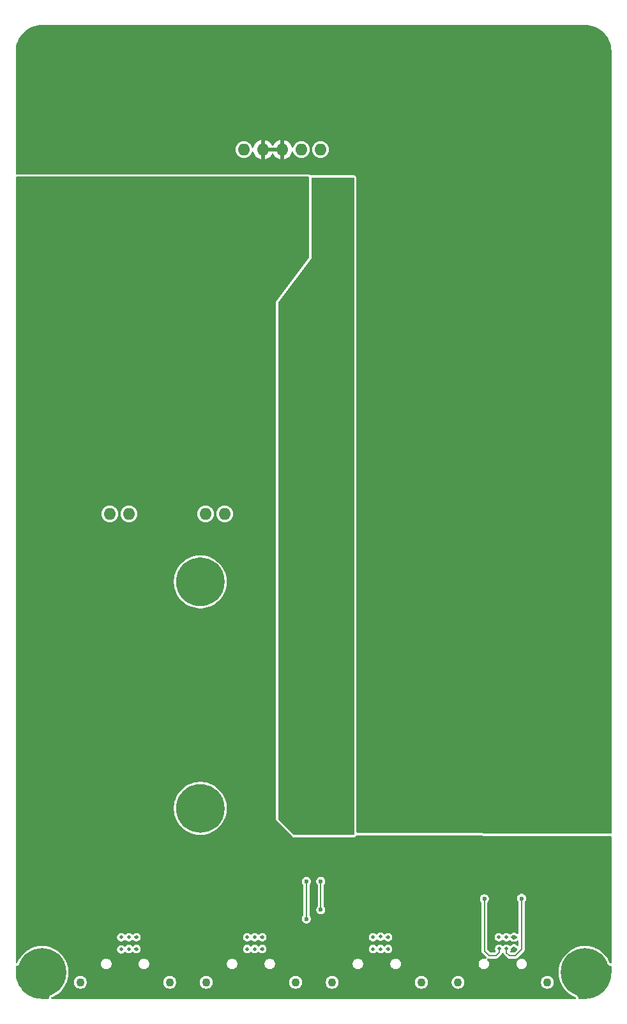
<source format=gbr>
%TF.GenerationSoftware,KiCad,Pcbnew,9.0.6-9.0.6~ubuntu24.04.1*%
%TF.CreationDate,2025-11-24T18:38:16+01:00*%
%TF.ProjectId,COM_BOARD,434f4d5f-424f-4415-9244-2e6b69636164,rev?*%
%TF.SameCoordinates,Original*%
%TF.FileFunction,Copper,L1,Top*%
%TF.FilePolarity,Positive*%
%FSLAX46Y46*%
G04 Gerber Fmt 4.6, Leading zero omitted, Abs format (unit mm)*
G04 Created by KiCad (PCBNEW 9.0.6-9.0.6~ubuntu24.04.1) date 2025-11-24 18:38:16*
%MOMM*%
%LPD*%
G01*
G04 APERTURE LIST*
%TA.AperFunction,ComponentPad*%
%ADD10C,0.800000*%
%TD*%
%TA.AperFunction,ComponentPad*%
%ADD11C,6.400000*%
%TD*%
%TA.AperFunction,ComponentPad*%
%ADD12C,1.090000*%
%TD*%
%TA.AperFunction,ComponentPad*%
%ADD13O,1.600000X1.600000*%
%TD*%
%TA.AperFunction,ViaPad*%
%ADD14C,0.600000*%
%TD*%
%TA.AperFunction,ViaPad*%
%ADD15C,0.500000*%
%TD*%
%TA.AperFunction,Conductor*%
%ADD16C,0.200000*%
%TD*%
G04 APERTURE END LIST*
D10*
%TO.P,H15,1,1*%
%TO.N,GND*%
X226630000Y-150739999D03*
X227332944Y-149042943D03*
X227332944Y-152437055D03*
X229030000Y-148339999D03*
D11*
X229030000Y-150739999D03*
D10*
X229030000Y-153139999D03*
X230727056Y-149042943D03*
X230727056Y-152437055D03*
X231430000Y-150739999D03*
%TD*%
%TO.P,H13,1,1*%
%TO.N,GND*%
X154630000Y-150739999D03*
X155332944Y-149042943D03*
X155332944Y-152437055D03*
X157030000Y-148339999D03*
D11*
X157030000Y-150739999D03*
D10*
X157030000Y-153139999D03*
X158727056Y-149042943D03*
X158727056Y-152437055D03*
X159430000Y-150739999D03*
%TD*%
%TO.P,H14,1,1*%
%TO.N,GND*%
X205600000Y-99000000D03*
X206302944Y-97302944D03*
X206302944Y-100697056D03*
X208000000Y-96600000D03*
D11*
X208000000Y-99000000D03*
D10*
X208000000Y-101400000D03*
X209697056Y-97302944D03*
X209697056Y-100697056D03*
X210400000Y-99000000D03*
%TD*%
%TO.P,H12,1,1*%
%TO.N,GND*%
X205600000Y-129000000D03*
X206302944Y-127302944D03*
X206302944Y-130697056D03*
X208000000Y-126600000D03*
D11*
X208000000Y-129000000D03*
D10*
X208000000Y-131400000D03*
X209697056Y-127302944D03*
X209697056Y-130697056D03*
X210400000Y-129000000D03*
%TD*%
%TO.P,H11,1,1*%
%TO.N,GND*%
X226630000Y-28740000D03*
X227332944Y-27042944D03*
X227332944Y-30437056D03*
X229030000Y-26340000D03*
D11*
X229030000Y-28740000D03*
D10*
X229030000Y-31140000D03*
X230727056Y-27042944D03*
X230727056Y-30437056D03*
X231430000Y-28740000D03*
%TD*%
%TO.P,H9,1,1*%
%TO.N,GND*%
X154630000Y-28740000D03*
X155332944Y-27042944D03*
X155332944Y-30437056D03*
X157030000Y-26340000D03*
D11*
X157030000Y-28740000D03*
D10*
X157030000Y-31140000D03*
X158727056Y-27042944D03*
X158727056Y-30437056D03*
X159430000Y-28740000D03*
%TD*%
%TO.P,H10,1,1*%
%TO.N,GND*%
X175600000Y-129000000D03*
X176302944Y-127302944D03*
X176302944Y-130697056D03*
X178000000Y-126600000D03*
D11*
X178000000Y-129000000D03*
D10*
X178000000Y-131400000D03*
X179697056Y-127302944D03*
X179697056Y-130697056D03*
X180400000Y-129000000D03*
%TD*%
%TO.P,H16,1,1*%
%TO.N,GND*%
X175600000Y-99000000D03*
X176302944Y-97302944D03*
X176302944Y-100697056D03*
X178000000Y-96600000D03*
D11*
X178000000Y-99000000D03*
D10*
X178000000Y-101400000D03*
X179697056Y-97302944D03*
X179697056Y-100697056D03*
X180400000Y-99000000D03*
%TD*%
D12*
%TO.P,J4,S1*%
%TO.N,N/C*%
X173955000Y-152048332D03*
%TO.P,J4,S2*%
X162105000Y-152048332D03*
%TD*%
%TO.P,J1,S1*%
%TO.N,N/C*%
X224030000Y-152048332D03*
%TO.P,J1,S2*%
X212180000Y-152048332D03*
%TD*%
D13*
%TO.P,A1,4,3V3*%
%TO.N,+3.3V_DISCO*%
X193940000Y-41740000D03*
%TO.P,A1,5,+5V*%
%TO.N,+5V*%
X191400000Y-41740000D03*
%TO.P,A1,6,GND*%
%TO.N,GND*%
X188860000Y-41740000D03*
%TO.P,A1,7,GND*%
X186320000Y-41740000D03*
%TO.P,A1,8,VIN*%
%TO.N,VIN*%
X183780000Y-41740000D03*
%TO.P,A1,15,D0/RX*%
%TO.N,/UART_RX*%
X166000000Y-90000000D03*
%TO.P,A1,16,D1/TX*%
%TO.N,/UART_TX*%
X168540000Y-90000000D03*
%TO.P,A1,20,D5*%
%TO.N,/RECIEVE_EN*%
X178700000Y-90000000D03*
%TO.P,A1,21,D6*%
%TO.N,/DRIVE_EN*%
X181240000Y-90000000D03*
%TD*%
D12*
%TO.P,J2,S1*%
%TO.N,N/C*%
X207338333Y-152048333D03*
%TO.P,J2,S2*%
X195488333Y-152048333D03*
%TD*%
%TO.P,J3,S1*%
%TO.N,N/C*%
X190646667Y-152048332D03*
%TO.P,J3,S2*%
X178796667Y-152048332D03*
%TD*%
D14*
%TO.N,GND*%
X219605000Y-147623332D03*
X221130000Y-116620001D03*
D15*
X169530000Y-146073332D03*
D14*
X156130001Y-36620001D03*
X201130000Y-76620000D03*
X216130001Y-76620000D03*
X231130000Y-86620000D03*
X166100000Y-41600000D03*
X221130000Y-31620000D03*
X221130001Y-81620000D03*
X166130000Y-36620000D03*
X211100000Y-86600000D03*
X211130001Y-91620001D03*
X231130000Y-56620000D03*
X196130000Y-36620001D03*
X206130001Y-121620000D03*
X216130001Y-31620000D03*
X216130000Y-91620000D03*
X211130001Y-121620000D03*
X201130000Y-31620000D03*
X161130000Y-41620000D03*
X201130000Y-81620000D03*
X226130000Y-76620001D03*
X216130001Y-86620000D03*
X216130000Y-111620000D03*
X216130000Y-46620000D03*
X216130001Y-126620000D03*
X226130000Y-91620000D03*
X201130000Y-106620000D03*
X181130000Y-36620001D03*
X221130000Y-96620000D03*
X191130000Y-26620000D03*
X226130000Y-101620000D03*
D15*
X202913333Y-146073333D03*
D14*
X211130001Y-31620000D03*
X161130001Y-36620001D03*
X231130000Y-61620001D03*
X206130000Y-111620000D03*
X226130000Y-86620000D03*
X206130000Y-51620000D03*
X201130000Y-71620000D03*
X231130000Y-116620001D03*
X166130001Y-26620000D03*
X221130000Y-46620000D03*
X211130001Y-81620000D03*
X216130000Y-121620001D03*
X201130000Y-121620000D03*
X221130001Y-26620000D03*
X211130000Y-116620001D03*
X181130000Y-26620000D03*
X226130000Y-116620001D03*
X176100000Y-41599999D03*
X211130000Y-111620000D03*
X231130000Y-121620001D03*
X221130000Y-111620000D03*
X191130000Y-36620001D03*
X201130000Y-66620000D03*
X181100000Y-41600000D03*
X231130000Y-81620000D03*
X206130001Y-116620000D03*
X206130000Y-61620001D03*
X216130000Y-116620001D03*
X216130000Y-101620000D03*
X231130000Y-71620001D03*
D15*
X186221667Y-147623332D03*
D14*
X201100000Y-41600000D03*
X201130000Y-61620000D03*
X201130000Y-46620001D03*
X216130000Y-106620000D03*
X226130000Y-121620001D03*
X206130000Y-56620000D03*
X219605000Y-146073332D03*
X206130001Y-71620000D03*
X201130000Y-96620001D03*
X221130000Y-91620000D03*
X161100001Y-41600000D03*
X211130000Y-46620000D03*
X201130000Y-126620000D03*
X201099999Y-86600000D03*
X171100000Y-41600000D03*
X216130001Y-81620000D03*
X231130000Y-106620000D03*
X201130000Y-111620000D03*
X221130000Y-126620001D03*
X221130000Y-121620001D03*
X206130001Y-91620001D03*
X221130000Y-101620000D03*
X231130000Y-91620000D03*
X201130000Y-26620000D03*
X231130000Y-51620000D03*
X176130000Y-36620000D03*
X231130000Y-126620001D03*
D15*
X186221667Y-146073332D03*
D14*
X226130000Y-46620000D03*
X226130000Y-126620001D03*
X221130000Y-86620000D03*
X186130000Y-36620001D03*
X206130001Y-76620000D03*
X161130001Y-26620000D03*
X231130000Y-76620000D03*
X201100000Y-36600001D03*
X226130000Y-106620000D03*
D15*
X202913333Y-147623333D03*
D14*
X201130000Y-56620000D03*
X231130000Y-111620000D03*
X206130000Y-46620000D03*
X221130000Y-106620000D03*
X221130000Y-76620001D03*
X216130000Y-96620000D03*
X206130001Y-66620000D03*
X206130001Y-81620000D03*
X231130000Y-96620000D03*
X196130000Y-26620000D03*
X161130001Y-31620000D03*
X206100000Y-86600000D03*
X206130001Y-26620000D03*
X231130000Y-101620000D03*
X171130000Y-36620000D03*
X231130000Y-66620001D03*
X211130001Y-76620000D03*
X176130000Y-26620000D03*
X206130001Y-31620000D03*
X156130001Y-41620001D03*
X211130000Y-106620000D03*
X226130000Y-96620000D03*
X226130000Y-31620000D03*
X201130000Y-116620000D03*
X231130000Y-46620000D03*
X201130000Y-101620001D03*
X226130000Y-81620000D03*
X216130001Y-26620000D03*
X211130001Y-26620000D03*
D15*
X169530000Y-147623332D03*
D14*
X171130000Y-26620001D03*
X226130000Y-111620000D03*
X201130000Y-51620000D03*
X186130000Y-26620000D03*
X206130000Y-106620000D03*
X201130000Y-91620001D03*
%TO.N,/A*%
X193980000Y-138677499D03*
D15*
X185221667Y-147623332D03*
X201913333Y-146000000D03*
D14*
X193980000Y-142439999D03*
D15*
%TO.N,/B*%
X184221667Y-147623332D03*
X200913333Y-146064998D03*
D14*
X192080000Y-138677499D03*
X192080000Y-143650000D03*
D15*
%TO.N,Net-(J1-Pad05)*%
X201913333Y-147623333D03*
X218605000Y-146073332D03*
%TO.N,Net-(J1-Pad03)*%
X200913333Y-147623333D03*
X217605000Y-146073332D03*
%TO.N,Net-(J3-Pad03)*%
X184221667Y-146073332D03*
X167530000Y-147700000D03*
%TO.N,Net-(J3-Pad05)*%
X185221668Y-146073332D03*
X168530000Y-147623332D03*
D14*
%TO.N,Net-(J1-Pad06)*%
X220630001Y-140939999D03*
D15*
X218630000Y-147600000D03*
D14*
%TO.N,Net-(J1-Pad04)*%
X215680000Y-140989999D03*
D15*
X217630001Y-147600000D03*
%TO.N,Net-(J4-Pad05)*%
X168530000Y-146073332D03*
%TO.N,Net-(J4-Pad03)*%
X167530000Y-146073332D03*
D14*
%TO.N,/VTRANS*%
X194630000Y-51839999D03*
X188805000Y-129839999D03*
X196130000Y-51839999D03*
X197330001Y-51840000D03*
X191125000Y-129315000D03*
%TO.N,/VBUS*%
X187530000Y-47439999D03*
X183221668Y-147623332D03*
X166530000Y-146073332D03*
X199913333Y-147623334D03*
X216605000Y-147623332D03*
X187630000Y-49439999D03*
X216605000Y-146073332D03*
X183221667Y-146073332D03*
X166530001Y-147623332D03*
X199913333Y-146073333D03*
%TD*%
D16*
%TO.N,/A*%
X193980000Y-142439999D02*
X193980000Y-138677499D01*
%TO.N,/B*%
X192180001Y-143589999D02*
X192120000Y-143650000D01*
X192120000Y-143650000D02*
X192080000Y-143650000D01*
X192080000Y-143650000D02*
X192080000Y-138677499D01*
%TO.N,Net-(J1-Pad06)*%
X218630000Y-147600000D02*
X218630000Y-148130000D01*
X219000000Y-148500000D02*
X219800000Y-148500000D01*
X220630001Y-147669999D02*
X220630001Y-140939999D01*
X219800000Y-148500000D02*
X220630001Y-147669999D01*
X218630000Y-148130000D02*
X219000000Y-148500000D01*
%TO.N,Net-(J1-Pad04)*%
X217630001Y-148069999D02*
X217200000Y-148500000D01*
X215680000Y-147880000D02*
X215680000Y-140989999D01*
X217200000Y-148500000D02*
X216300000Y-148500000D01*
X217630001Y-147600000D02*
X217630001Y-148069999D01*
X215630001Y-140939999D02*
X215680000Y-140989999D01*
X216300000Y-148500000D02*
X215680000Y-147880000D01*
%TD*%
%TA.AperFunction,Conductor*%
%TO.N,/VBUS*%
G36*
X192380643Y-45359684D02*
G01*
X192426398Y-45412488D01*
X192436341Y-45481643D01*
X192424500Y-45563999D01*
X192424500Y-45564002D01*
X192424500Y-55978487D01*
X192404815Y-56045526D01*
X192400018Y-56052461D01*
X188109284Y-61824831D01*
X188103232Y-61833270D01*
X188098448Y-61840185D01*
X188098444Y-61840192D01*
X188056556Y-61927941D01*
X188056553Y-61927948D01*
X188036876Y-61994973D01*
X188036873Y-61994986D01*
X188024502Y-62081041D01*
X188024502Y-62081047D01*
X188026972Y-130363105D01*
X188028713Y-130395662D01*
X188028714Y-130395673D01*
X188031528Y-130421915D01*
X188032353Y-130428867D01*
X188067075Y-130535637D01*
X188100527Y-130596982D01*
X188152595Y-130666622D01*
X190203089Y-132719508D01*
X190203098Y-132719516D01*
X190203106Y-132719524D01*
X190227495Y-132741450D01*
X190248188Y-132758135D01*
X190248229Y-132758167D01*
X190253796Y-132762551D01*
X190253798Y-132762552D01*
X190353874Y-132813438D01*
X190420913Y-132833123D01*
X190506985Y-132845499D01*
X190506988Y-132845499D01*
X198305990Y-132845499D01*
X198306000Y-132845499D01*
X198370941Y-132838517D01*
X198422452Y-132827311D01*
X198460658Y-132816353D01*
X198557571Y-132759674D01*
X198610375Y-132713919D01*
X198610382Y-132713911D01*
X198610387Y-132713907D01*
X198652548Y-132669191D01*
X198652547Y-132669191D01*
X198652553Y-132669186D01*
X198668411Y-132637997D01*
X198716339Y-132587163D01*
X198779297Y-132570201D01*
X232405861Y-132667386D01*
X232472841Y-132687263D01*
X232518443Y-132740199D01*
X232529500Y-132791384D01*
X232529500Y-149417901D01*
X232509815Y-149484940D01*
X232457011Y-149530695D01*
X232387853Y-149540639D01*
X232324297Y-149511614D01*
X232290939Y-149465354D01*
X232261987Y-149395458D01*
X232198231Y-149241537D01*
X232151961Y-149154973D01*
X232036106Y-148938223D01*
X232036105Y-148938221D01*
X232036100Y-148938212D01*
X231845019Y-148652239D01*
X231626828Y-148386372D01*
X231626827Y-148386371D01*
X231626823Y-148386366D01*
X231383632Y-148143175D01*
X231117765Y-147924984D01*
X231117764Y-147924983D01*
X231117760Y-147924980D01*
X230831787Y-147733899D01*
X230831782Y-147733896D01*
X230831775Y-147733892D01*
X230528469Y-147571771D01*
X230528464Y-147571769D01*
X230477985Y-147550860D01*
X230325057Y-147487515D01*
X230210706Y-147440149D01*
X229881572Y-147340307D01*
X229544248Y-147273209D01*
X229544249Y-147273209D01*
X229286456Y-147247820D01*
X229201969Y-147239499D01*
X228858031Y-147239499D01*
X228779966Y-147247187D01*
X228515750Y-147273209D01*
X228178427Y-147340307D01*
X227849293Y-147440149D01*
X227531535Y-147571769D01*
X227531530Y-147571771D01*
X227228224Y-147733892D01*
X227228206Y-147733903D01*
X226942248Y-147924974D01*
X226942234Y-147924984D01*
X226676367Y-148143175D01*
X226433176Y-148386366D01*
X226214985Y-148652233D01*
X226214975Y-148652247D01*
X226023904Y-148938205D01*
X226023893Y-148938223D01*
X225861772Y-149241529D01*
X225861770Y-149241534D01*
X225730150Y-149559292D01*
X225630308Y-149888426D01*
X225563210Y-150225749D01*
X225529500Y-150568033D01*
X225529500Y-150911964D01*
X225563210Y-151254248D01*
X225630308Y-151591571D01*
X225730150Y-151920705D01*
X225861770Y-152238463D01*
X225861772Y-152238468D01*
X226023893Y-152541774D01*
X226023904Y-152541792D01*
X226214975Y-152827750D01*
X226214985Y-152827764D01*
X226433176Y-153093631D01*
X226676367Y-153336822D01*
X226676372Y-153336826D01*
X226676373Y-153336827D01*
X226942240Y-153555018D01*
X227228213Y-153746099D01*
X227228222Y-153746104D01*
X227228224Y-153746105D01*
X227531530Y-153908226D01*
X227531532Y-153908226D01*
X227531538Y-153908230D01*
X227755356Y-154000938D01*
X227809759Y-154044779D01*
X227831824Y-154111073D01*
X227814545Y-154178772D01*
X227763408Y-154226383D01*
X227707903Y-154239499D01*
X158352097Y-154239499D01*
X158285058Y-154219814D01*
X158239303Y-154167010D01*
X158229359Y-154097852D01*
X158258384Y-154034296D01*
X158304643Y-154000938D01*
X158528462Y-153908230D01*
X158831787Y-153746099D01*
X159117760Y-153555018D01*
X159383627Y-153336827D01*
X159626828Y-153093626D01*
X159845019Y-152827759D01*
X160036100Y-152541786D01*
X160198231Y-152238461D01*
X160311480Y-151965053D01*
X161259500Y-151965053D01*
X161259500Y-152131610D01*
X161291990Y-152294947D01*
X161291992Y-152294955D01*
X161355728Y-152448827D01*
X161355728Y-152448828D01*
X161448255Y-152587305D01*
X161448261Y-152587312D01*
X161566019Y-152705070D01*
X161566026Y-152705076D01*
X161704504Y-152797603D01*
X161704505Y-152797603D01*
X161704506Y-152797604D01*
X161858377Y-152861340D01*
X162021721Y-152893831D01*
X162021725Y-152893832D01*
X162021726Y-152893832D01*
X162188275Y-152893832D01*
X162188276Y-152893831D01*
X162351623Y-152861340D01*
X162505494Y-152797604D01*
X162505495Y-152797603D01*
X162505496Y-152797603D01*
X162643972Y-152705077D01*
X162643975Y-152705075D01*
X162761743Y-152587307D01*
X162808007Y-152518066D01*
X162854271Y-152448828D01*
X162854271Y-152448827D01*
X162854272Y-152448826D01*
X162918008Y-152294955D01*
X162950500Y-152131606D01*
X162950500Y-151965058D01*
X162950499Y-151965053D01*
X173109500Y-151965053D01*
X173109500Y-152131610D01*
X173141990Y-152294947D01*
X173141992Y-152294955D01*
X173205728Y-152448827D01*
X173205728Y-152448828D01*
X173298255Y-152587305D01*
X173298261Y-152587312D01*
X173416019Y-152705070D01*
X173416026Y-152705076D01*
X173554504Y-152797603D01*
X173554505Y-152797603D01*
X173554506Y-152797604D01*
X173708377Y-152861340D01*
X173871721Y-152893831D01*
X173871725Y-152893832D01*
X173871726Y-152893832D01*
X174038275Y-152893832D01*
X174038276Y-152893831D01*
X174201623Y-152861340D01*
X174355494Y-152797604D01*
X174355495Y-152797603D01*
X174355496Y-152797603D01*
X174493972Y-152705077D01*
X174493975Y-152705075D01*
X174611743Y-152587307D01*
X174658007Y-152518066D01*
X174704271Y-152448828D01*
X174704271Y-152448827D01*
X174704272Y-152448826D01*
X174768008Y-152294955D01*
X174800500Y-152131606D01*
X174800500Y-151965058D01*
X174800499Y-151965053D01*
X177951167Y-151965053D01*
X177951167Y-152131610D01*
X177983657Y-152294947D01*
X177983659Y-152294955D01*
X178047395Y-152448827D01*
X178047395Y-152448828D01*
X178139922Y-152587305D01*
X178139928Y-152587312D01*
X178257686Y-152705070D01*
X178257693Y-152705076D01*
X178396171Y-152797603D01*
X178396172Y-152797603D01*
X178396173Y-152797604D01*
X178550044Y-152861340D01*
X178713388Y-152893831D01*
X178713392Y-152893832D01*
X178713393Y-152893832D01*
X178879942Y-152893832D01*
X178879943Y-152893831D01*
X179043290Y-152861340D01*
X179197161Y-152797604D01*
X179197162Y-152797603D01*
X179197163Y-152797603D01*
X179335639Y-152705077D01*
X179335642Y-152705075D01*
X179453410Y-152587307D01*
X179499674Y-152518066D01*
X179545938Y-152448828D01*
X179545938Y-152448827D01*
X179545939Y-152448826D01*
X179609675Y-152294955D01*
X179642167Y-152131606D01*
X179642167Y-151965058D01*
X179642166Y-151965053D01*
X189801167Y-151965053D01*
X189801167Y-152131610D01*
X189833657Y-152294947D01*
X189833659Y-152294955D01*
X189897395Y-152448827D01*
X189897395Y-152448828D01*
X189989922Y-152587305D01*
X189989928Y-152587312D01*
X190107686Y-152705070D01*
X190107693Y-152705076D01*
X190246171Y-152797603D01*
X190246172Y-152797603D01*
X190246173Y-152797604D01*
X190400044Y-152861340D01*
X190563388Y-152893831D01*
X190563392Y-152893832D01*
X190563393Y-152893832D01*
X190729942Y-152893832D01*
X190729943Y-152893831D01*
X190893290Y-152861340D01*
X191047161Y-152797604D01*
X191047162Y-152797603D01*
X191047163Y-152797603D01*
X191185639Y-152705077D01*
X191185642Y-152705075D01*
X191303410Y-152587307D01*
X191349674Y-152518066D01*
X191395938Y-152448828D01*
X191395938Y-152448827D01*
X191395939Y-152448826D01*
X191459675Y-152294955D01*
X191492167Y-152131606D01*
X191492167Y-151965058D01*
X191492166Y-151965054D01*
X194642833Y-151965054D01*
X194642833Y-152131611D01*
X194675323Y-152294948D01*
X194675325Y-152294956D01*
X194739061Y-152448828D01*
X194739061Y-152448829D01*
X194831588Y-152587306D01*
X194831594Y-152587313D01*
X194949352Y-152705071D01*
X194949359Y-152705077D01*
X195087837Y-152797604D01*
X195087838Y-152797604D01*
X195087839Y-152797605D01*
X195241710Y-152861341D01*
X195405049Y-152893831D01*
X195405054Y-152893832D01*
X195405058Y-152893833D01*
X195405059Y-152893833D01*
X195571608Y-152893833D01*
X195571609Y-152893832D01*
X195734956Y-152861341D01*
X195888827Y-152797605D01*
X195888828Y-152797604D01*
X195888829Y-152797604D01*
X195958067Y-152751340D01*
X196027308Y-152705076D01*
X196145076Y-152587308D01*
X196237605Y-152448827D01*
X196301341Y-152294956D01*
X196333833Y-152131607D01*
X196333833Y-151965059D01*
X196333832Y-151965054D01*
X206492833Y-151965054D01*
X206492833Y-152131611D01*
X206525323Y-152294948D01*
X206525325Y-152294956D01*
X206589061Y-152448828D01*
X206589061Y-152448829D01*
X206681588Y-152587306D01*
X206681594Y-152587313D01*
X206799352Y-152705071D01*
X206799359Y-152705077D01*
X206937837Y-152797604D01*
X206937838Y-152797604D01*
X206937839Y-152797605D01*
X207091710Y-152861341D01*
X207255049Y-152893831D01*
X207255054Y-152893832D01*
X207255058Y-152893833D01*
X207255059Y-152893833D01*
X207421608Y-152893833D01*
X207421609Y-152893832D01*
X207584956Y-152861341D01*
X207738827Y-152797605D01*
X207738828Y-152797604D01*
X207738829Y-152797604D01*
X207808067Y-152751340D01*
X207877308Y-152705076D01*
X207995076Y-152587308D01*
X208087605Y-152448827D01*
X208151341Y-152294956D01*
X208183833Y-152131607D01*
X208183833Y-151965059D01*
X208183832Y-151965053D01*
X211334500Y-151965053D01*
X211334500Y-152131610D01*
X211366990Y-152294947D01*
X211366992Y-152294955D01*
X211430728Y-152448827D01*
X211430728Y-152448828D01*
X211523255Y-152587305D01*
X211523261Y-152587312D01*
X211641019Y-152705070D01*
X211641026Y-152705076D01*
X211779504Y-152797603D01*
X211779505Y-152797603D01*
X211779506Y-152797604D01*
X211933377Y-152861340D01*
X212096721Y-152893831D01*
X212096725Y-152893832D01*
X212096726Y-152893832D01*
X212263275Y-152893832D01*
X212263276Y-152893831D01*
X212426623Y-152861340D01*
X212580494Y-152797604D01*
X212580495Y-152797603D01*
X212580496Y-152797603D01*
X212718972Y-152705077D01*
X212718975Y-152705075D01*
X212836743Y-152587307D01*
X212883007Y-152518066D01*
X212929271Y-152448828D01*
X212929271Y-152448827D01*
X212929272Y-152448826D01*
X212993008Y-152294955D01*
X213025500Y-152131606D01*
X213025500Y-151965058D01*
X213025499Y-151965053D01*
X223184500Y-151965053D01*
X223184500Y-152131610D01*
X223216990Y-152294947D01*
X223216992Y-152294955D01*
X223280728Y-152448827D01*
X223280728Y-152448828D01*
X223373255Y-152587305D01*
X223373261Y-152587312D01*
X223491019Y-152705070D01*
X223491026Y-152705076D01*
X223629504Y-152797603D01*
X223629505Y-152797603D01*
X223629506Y-152797604D01*
X223783377Y-152861340D01*
X223946721Y-152893831D01*
X223946725Y-152893832D01*
X223946726Y-152893832D01*
X224113275Y-152893832D01*
X224113276Y-152893831D01*
X224276623Y-152861340D01*
X224430494Y-152797604D01*
X224430495Y-152797603D01*
X224430496Y-152797603D01*
X224568972Y-152705077D01*
X224568975Y-152705075D01*
X224686743Y-152587307D01*
X224733007Y-152518066D01*
X224779271Y-152448828D01*
X224779271Y-152448827D01*
X224779272Y-152448826D01*
X224843008Y-152294955D01*
X224875500Y-152131606D01*
X224875500Y-151965058D01*
X224843008Y-151801709D01*
X224779272Y-151647838D01*
X224779271Y-151647836D01*
X224779271Y-151647835D01*
X224686744Y-151509358D01*
X224686738Y-151509351D01*
X224568980Y-151391593D01*
X224568973Y-151391587D01*
X224430495Y-151299060D01*
X224276623Y-151235324D01*
X224276615Y-151235322D01*
X224113278Y-151202832D01*
X224113274Y-151202832D01*
X223946726Y-151202832D01*
X223946721Y-151202832D01*
X223783384Y-151235322D01*
X223783376Y-151235324D01*
X223629504Y-151299060D01*
X223629503Y-151299060D01*
X223491026Y-151391587D01*
X223491019Y-151391593D01*
X223373261Y-151509351D01*
X223373255Y-151509358D01*
X223280728Y-151647835D01*
X223280728Y-151647836D01*
X223216992Y-151801708D01*
X223216990Y-151801716D01*
X223184500Y-151965053D01*
X213025499Y-151965053D01*
X212993008Y-151801709D01*
X212929272Y-151647838D01*
X212929271Y-151647836D01*
X212929271Y-151647835D01*
X212836744Y-151509358D01*
X212836738Y-151509351D01*
X212718980Y-151391593D01*
X212718973Y-151391587D01*
X212580495Y-151299060D01*
X212426623Y-151235324D01*
X212426615Y-151235322D01*
X212263278Y-151202832D01*
X212263274Y-151202832D01*
X212096726Y-151202832D01*
X212096721Y-151202832D01*
X211933384Y-151235322D01*
X211933376Y-151235324D01*
X211779504Y-151299060D01*
X211779503Y-151299060D01*
X211641026Y-151391587D01*
X211641019Y-151391593D01*
X211523261Y-151509351D01*
X211523255Y-151509358D01*
X211430728Y-151647835D01*
X211430728Y-151647836D01*
X211366992Y-151801708D01*
X211366990Y-151801716D01*
X211334500Y-151965053D01*
X208183832Y-151965053D01*
X208151341Y-151801710D01*
X208087605Y-151647839D01*
X208087604Y-151647837D01*
X208087604Y-151647836D01*
X207995077Y-151509359D01*
X207995071Y-151509352D01*
X207877313Y-151391594D01*
X207877306Y-151391588D01*
X207738828Y-151299061D01*
X207584956Y-151235325D01*
X207584948Y-151235323D01*
X207421611Y-151202833D01*
X207421607Y-151202833D01*
X207255059Y-151202833D01*
X207255054Y-151202833D01*
X207091717Y-151235323D01*
X207091709Y-151235325D01*
X206937837Y-151299061D01*
X206937836Y-151299061D01*
X206799359Y-151391588D01*
X206799352Y-151391594D01*
X206681594Y-151509352D01*
X206681588Y-151509359D01*
X206589061Y-151647836D01*
X206589061Y-151647837D01*
X206525325Y-151801709D01*
X206525323Y-151801717D01*
X206492833Y-151965054D01*
X196333832Y-151965054D01*
X196301341Y-151801710D01*
X196237605Y-151647839D01*
X196237604Y-151647837D01*
X196237604Y-151647836D01*
X196145077Y-151509359D01*
X196145071Y-151509352D01*
X196027313Y-151391594D01*
X196027306Y-151391588D01*
X195888828Y-151299061D01*
X195734956Y-151235325D01*
X195734948Y-151235323D01*
X195571611Y-151202833D01*
X195571607Y-151202833D01*
X195405059Y-151202833D01*
X195405054Y-151202833D01*
X195241717Y-151235323D01*
X195241709Y-151235325D01*
X195087837Y-151299061D01*
X195087836Y-151299061D01*
X194949359Y-151391588D01*
X194949352Y-151391594D01*
X194831594Y-151509352D01*
X194831588Y-151509359D01*
X194739061Y-151647836D01*
X194739061Y-151647837D01*
X194675325Y-151801709D01*
X194675323Y-151801717D01*
X194642833Y-151965054D01*
X191492166Y-151965054D01*
X191459675Y-151801709D01*
X191395939Y-151647838D01*
X191395938Y-151647836D01*
X191395938Y-151647835D01*
X191303411Y-151509358D01*
X191303405Y-151509351D01*
X191185647Y-151391593D01*
X191185640Y-151391587D01*
X191047162Y-151299060D01*
X190893290Y-151235324D01*
X190893282Y-151235322D01*
X190729945Y-151202832D01*
X190729941Y-151202832D01*
X190563393Y-151202832D01*
X190563388Y-151202832D01*
X190400051Y-151235322D01*
X190400043Y-151235324D01*
X190246171Y-151299060D01*
X190246170Y-151299060D01*
X190107693Y-151391587D01*
X190107686Y-151391593D01*
X189989928Y-151509351D01*
X189989922Y-151509358D01*
X189897395Y-151647835D01*
X189897395Y-151647836D01*
X189833659Y-151801708D01*
X189833657Y-151801716D01*
X189801167Y-151965053D01*
X179642166Y-151965053D01*
X179609675Y-151801709D01*
X179545939Y-151647838D01*
X179545938Y-151647836D01*
X179545938Y-151647835D01*
X179453411Y-151509358D01*
X179453405Y-151509351D01*
X179335647Y-151391593D01*
X179335640Y-151391587D01*
X179197162Y-151299060D01*
X179043290Y-151235324D01*
X179043282Y-151235322D01*
X178879945Y-151202832D01*
X178879941Y-151202832D01*
X178713393Y-151202832D01*
X178713388Y-151202832D01*
X178550051Y-151235322D01*
X178550043Y-151235324D01*
X178396171Y-151299060D01*
X178396170Y-151299060D01*
X178257693Y-151391587D01*
X178257686Y-151391593D01*
X178139928Y-151509351D01*
X178139922Y-151509358D01*
X178047395Y-151647835D01*
X178047395Y-151647836D01*
X177983659Y-151801708D01*
X177983657Y-151801716D01*
X177951167Y-151965053D01*
X174800499Y-151965053D01*
X174768008Y-151801709D01*
X174704272Y-151647838D01*
X174704271Y-151647836D01*
X174704271Y-151647835D01*
X174611744Y-151509358D01*
X174611738Y-151509351D01*
X174493980Y-151391593D01*
X174493973Y-151391587D01*
X174355495Y-151299060D01*
X174201623Y-151235324D01*
X174201615Y-151235322D01*
X174038278Y-151202832D01*
X174038274Y-151202832D01*
X173871726Y-151202832D01*
X173871721Y-151202832D01*
X173708384Y-151235322D01*
X173708376Y-151235324D01*
X173554504Y-151299060D01*
X173554503Y-151299060D01*
X173416026Y-151391587D01*
X173416019Y-151391593D01*
X173298261Y-151509351D01*
X173298255Y-151509358D01*
X173205728Y-151647835D01*
X173205728Y-151647836D01*
X173141992Y-151801708D01*
X173141990Y-151801716D01*
X173109500Y-151965053D01*
X162950499Y-151965053D01*
X162918008Y-151801709D01*
X162854272Y-151647838D01*
X162854271Y-151647836D01*
X162854271Y-151647835D01*
X162761744Y-151509358D01*
X162761738Y-151509351D01*
X162643980Y-151391593D01*
X162643973Y-151391587D01*
X162505495Y-151299060D01*
X162351623Y-151235324D01*
X162351615Y-151235322D01*
X162188278Y-151202832D01*
X162188274Y-151202832D01*
X162021726Y-151202832D01*
X162021721Y-151202832D01*
X161858384Y-151235322D01*
X161858376Y-151235324D01*
X161704504Y-151299060D01*
X161704503Y-151299060D01*
X161566026Y-151391587D01*
X161566019Y-151391593D01*
X161448261Y-151509351D01*
X161448255Y-151509358D01*
X161355728Y-151647835D01*
X161355728Y-151647836D01*
X161291992Y-151801708D01*
X161291990Y-151801716D01*
X161259500Y-151965053D01*
X160311480Y-151965053D01*
X160329850Y-151920704D01*
X160429690Y-151591577D01*
X160496789Y-151254249D01*
X160530500Y-150911968D01*
X160530500Y-150568030D01*
X160496789Y-150225749D01*
X160429690Y-149888421D01*
X160362472Y-149666835D01*
X164834499Y-149666835D01*
X164861226Y-149801196D01*
X164861229Y-149801206D01*
X164913652Y-149927768D01*
X164913659Y-149927781D01*
X164989769Y-150041686D01*
X164989772Y-150041690D01*
X165086641Y-150138559D01*
X165086645Y-150138562D01*
X165200550Y-150214672D01*
X165200563Y-150214679D01*
X165327125Y-150267102D01*
X165327130Y-150267104D01*
X165327134Y-150267104D01*
X165327135Y-150267105D01*
X165461496Y-150293832D01*
X165461499Y-150293832D01*
X165598503Y-150293832D01*
X165688898Y-150275850D01*
X165732870Y-150267104D01*
X165832710Y-150225749D01*
X165859436Y-150214679D01*
X165859436Y-150214678D01*
X165859443Y-150214676D01*
X165973355Y-150138562D01*
X166070230Y-150041687D01*
X166146344Y-149927775D01*
X166198772Y-149801202D01*
X166207518Y-149757230D01*
X166225500Y-149666835D01*
X169834499Y-149666835D01*
X169861226Y-149801196D01*
X169861229Y-149801206D01*
X169913652Y-149927768D01*
X169913659Y-149927781D01*
X169989769Y-150041686D01*
X169989772Y-150041690D01*
X170086641Y-150138559D01*
X170086645Y-150138562D01*
X170200550Y-150214672D01*
X170200563Y-150214679D01*
X170327125Y-150267102D01*
X170327130Y-150267104D01*
X170327134Y-150267104D01*
X170327135Y-150267105D01*
X170461496Y-150293832D01*
X170461499Y-150293832D01*
X170598503Y-150293832D01*
X170688898Y-150275850D01*
X170732870Y-150267104D01*
X170832710Y-150225749D01*
X170859436Y-150214679D01*
X170859436Y-150214678D01*
X170859443Y-150214676D01*
X170973355Y-150138562D01*
X171070230Y-150041687D01*
X171146344Y-149927775D01*
X171198772Y-149801202D01*
X171207518Y-149757230D01*
X171225500Y-149666835D01*
X181526166Y-149666835D01*
X181552893Y-149801196D01*
X181552896Y-149801206D01*
X181605319Y-149927768D01*
X181605326Y-149927781D01*
X181681436Y-150041686D01*
X181681439Y-150041690D01*
X181778308Y-150138559D01*
X181778312Y-150138562D01*
X181892217Y-150214672D01*
X181892230Y-150214679D01*
X182018792Y-150267102D01*
X182018797Y-150267104D01*
X182018801Y-150267104D01*
X182018802Y-150267105D01*
X182153163Y-150293832D01*
X182153166Y-150293832D01*
X182290170Y-150293832D01*
X182380565Y-150275850D01*
X182424537Y-150267104D01*
X182524377Y-150225749D01*
X182551103Y-150214679D01*
X182551103Y-150214678D01*
X182551110Y-150214676D01*
X182665022Y-150138562D01*
X182761897Y-150041687D01*
X182838011Y-149927775D01*
X182890439Y-149801202D01*
X182899185Y-149757230D01*
X182917167Y-149666835D01*
X186526166Y-149666835D01*
X186552893Y-149801196D01*
X186552896Y-149801206D01*
X186605319Y-149927768D01*
X186605326Y-149927781D01*
X186681436Y-150041686D01*
X186681439Y-150041690D01*
X186778308Y-150138559D01*
X186778312Y-150138562D01*
X186892217Y-150214672D01*
X186892230Y-150214679D01*
X187018792Y-150267102D01*
X187018797Y-150267104D01*
X187018801Y-150267104D01*
X187018802Y-150267105D01*
X187153163Y-150293832D01*
X187153166Y-150293832D01*
X187290170Y-150293832D01*
X187380565Y-150275850D01*
X187424537Y-150267104D01*
X187524377Y-150225749D01*
X187551103Y-150214679D01*
X187551103Y-150214678D01*
X187551110Y-150214676D01*
X187665022Y-150138562D01*
X187761897Y-150041687D01*
X187838011Y-149927775D01*
X187890439Y-149801202D01*
X187899185Y-149757230D01*
X187917167Y-149666836D01*
X198217832Y-149666836D01*
X198244559Y-149801197D01*
X198244562Y-149801207D01*
X198296985Y-149927769D01*
X198296992Y-149927782D01*
X198373102Y-150041687D01*
X198373105Y-150041691D01*
X198469974Y-150138560D01*
X198469978Y-150138563D01*
X198583883Y-150214673D01*
X198583896Y-150214680D01*
X198710456Y-150267102D01*
X198710463Y-150267105D01*
X198710467Y-150267105D01*
X198710468Y-150267106D01*
X198844829Y-150293833D01*
X198844832Y-150293833D01*
X198981836Y-150293833D01*
X199072231Y-150275851D01*
X199116203Y-150267105D01*
X199242776Y-150214677D01*
X199356688Y-150138563D01*
X199453563Y-150041688D01*
X199529677Y-149927776D01*
X199582105Y-149801203D01*
X199608833Y-149666836D01*
X203217832Y-149666836D01*
X203244559Y-149801197D01*
X203244562Y-149801207D01*
X203296985Y-149927769D01*
X203296992Y-149927782D01*
X203373102Y-150041687D01*
X203373105Y-150041691D01*
X203469974Y-150138560D01*
X203469978Y-150138563D01*
X203583883Y-150214673D01*
X203583896Y-150214680D01*
X203710456Y-150267102D01*
X203710463Y-150267105D01*
X203710467Y-150267105D01*
X203710468Y-150267106D01*
X203844829Y-150293833D01*
X203844832Y-150293833D01*
X203981836Y-150293833D01*
X204072231Y-150275851D01*
X204116203Y-150267105D01*
X204242776Y-150214677D01*
X204356688Y-150138563D01*
X204453563Y-150041688D01*
X204529677Y-149927776D01*
X204582105Y-149801203D01*
X204608833Y-149666835D01*
X214909499Y-149666835D01*
X214936226Y-149801196D01*
X214936229Y-149801206D01*
X214988652Y-149927768D01*
X214988659Y-149927781D01*
X215064769Y-150041686D01*
X215064772Y-150041690D01*
X215161641Y-150138559D01*
X215161645Y-150138562D01*
X215275550Y-150214672D01*
X215275563Y-150214679D01*
X215402125Y-150267102D01*
X215402130Y-150267104D01*
X215402134Y-150267104D01*
X215402135Y-150267105D01*
X215536496Y-150293832D01*
X215536499Y-150293832D01*
X215673503Y-150293832D01*
X215763898Y-150275850D01*
X215807870Y-150267104D01*
X215907710Y-150225749D01*
X215934436Y-150214679D01*
X215934436Y-150214678D01*
X215934443Y-150214676D01*
X216048355Y-150138562D01*
X216145230Y-150041687D01*
X216221344Y-149927775D01*
X216273772Y-149801202D01*
X216282518Y-149757230D01*
X216300500Y-149666835D01*
X219909499Y-149666835D01*
X219936226Y-149801196D01*
X219936229Y-149801206D01*
X219988652Y-149927768D01*
X219988659Y-149927781D01*
X220064769Y-150041686D01*
X220064772Y-150041690D01*
X220161641Y-150138559D01*
X220161645Y-150138562D01*
X220275550Y-150214672D01*
X220275563Y-150214679D01*
X220402125Y-150267102D01*
X220402130Y-150267104D01*
X220402134Y-150267104D01*
X220402135Y-150267105D01*
X220536496Y-150293832D01*
X220536499Y-150293832D01*
X220673503Y-150293832D01*
X220763898Y-150275850D01*
X220807870Y-150267104D01*
X220907710Y-150225749D01*
X220934436Y-150214679D01*
X220934436Y-150214678D01*
X220934443Y-150214676D01*
X221048355Y-150138562D01*
X221145230Y-150041687D01*
X221221344Y-149927775D01*
X221273772Y-149801202D01*
X221282518Y-149757230D01*
X221300500Y-149666835D01*
X221300500Y-149529828D01*
X221273773Y-149395467D01*
X221273772Y-149395463D01*
X221273772Y-149395462D01*
X221221347Y-149268896D01*
X221221347Y-149268895D01*
X221221340Y-149268882D01*
X221145230Y-149154977D01*
X221145227Y-149154973D01*
X221048358Y-149058104D01*
X221048354Y-149058101D01*
X220934449Y-148981991D01*
X220934436Y-148981984D01*
X220807874Y-148929561D01*
X220807864Y-148929558D01*
X220673503Y-148902832D01*
X220673501Y-148902832D01*
X220536499Y-148902832D01*
X220536497Y-148902832D01*
X220402135Y-148929558D01*
X220402125Y-148929561D01*
X220275563Y-148981984D01*
X220275550Y-148981991D01*
X220161645Y-149058101D01*
X220161641Y-149058104D01*
X220064772Y-149154973D01*
X220064769Y-149154977D01*
X219988659Y-149268882D01*
X219988652Y-149268895D01*
X219936229Y-149395457D01*
X219936226Y-149395467D01*
X219909500Y-149529828D01*
X219909500Y-149529829D01*
X219909500Y-149529831D01*
X219909500Y-149666833D01*
X219909500Y-149666835D01*
X219909499Y-149666835D01*
X216300500Y-149666835D01*
X216300500Y-149529828D01*
X216273773Y-149395467D01*
X216273772Y-149395463D01*
X216273772Y-149395462D01*
X216221347Y-149268896D01*
X216221347Y-149268895D01*
X216221340Y-149268882D01*
X216145230Y-149154977D01*
X216145227Y-149154973D01*
X216087489Y-149097235D01*
X216054004Y-149035912D01*
X216058988Y-148966220D01*
X216100860Y-148910287D01*
X216166324Y-148885870D01*
X216207260Y-148889778D01*
X216247273Y-148900500D01*
X216247275Y-148900500D01*
X217252725Y-148900500D01*
X217252727Y-148900500D01*
X217354588Y-148873207D01*
X217445913Y-148820480D01*
X217950481Y-148315912D01*
X218003208Y-148224587D01*
X218003208Y-148224584D01*
X218006316Y-148217083D01*
X218008525Y-148217998D01*
X218038545Y-148168740D01*
X218101390Y-148138206D01*
X218170766Y-148146496D01*
X218224647Y-148190978D01*
X218241735Y-148228392D01*
X218251879Y-148266248D01*
X218256793Y-148284589D01*
X218274878Y-148315912D01*
X218309520Y-148375913D01*
X218754087Y-148820480D01*
X218845412Y-148873207D01*
X218947273Y-148900500D01*
X218947275Y-148900500D01*
X219852725Y-148900500D01*
X219852727Y-148900500D01*
X219954588Y-148873207D01*
X220045913Y-148820480D01*
X220865704Y-148000686D01*
X220865709Y-148000683D01*
X220875912Y-147990479D01*
X220875914Y-147990479D01*
X220950481Y-147915912D01*
X221003208Y-147824586D01*
X221003342Y-147824087D01*
X221030502Y-147722726D01*
X221030502Y-147617272D01*
X221030502Y-147609677D01*
X221030501Y-147609659D01*
X221030501Y-141440097D01*
X221050186Y-141373058D01*
X221066820Y-141352416D01*
X221110521Y-141308715D01*
X221189578Y-141171783D01*
X221230501Y-141019056D01*
X221230501Y-140860942D01*
X221189578Y-140708215D01*
X221139392Y-140621289D01*
X221110525Y-140571289D01*
X221110519Y-140571281D01*
X220998718Y-140459480D01*
X220998710Y-140459474D01*
X220861791Y-140380425D01*
X220861787Y-140380423D01*
X220861785Y-140380422D01*
X220709058Y-140339499D01*
X220550944Y-140339499D01*
X220398217Y-140380422D01*
X220398210Y-140380425D01*
X220261291Y-140459474D01*
X220261283Y-140459480D01*
X220149482Y-140571281D01*
X220149476Y-140571289D01*
X220070427Y-140708208D01*
X220070424Y-140708215D01*
X220029501Y-140860942D01*
X220029501Y-141019056D01*
X220042899Y-141069056D01*
X220070424Y-141171782D01*
X220070427Y-141171789D01*
X220149476Y-141308708D01*
X220149482Y-141308716D01*
X220193182Y-141352416D01*
X220226667Y-141413739D01*
X220229501Y-141440097D01*
X220229501Y-145549235D01*
X220209816Y-145616274D01*
X220157012Y-145662029D01*
X220087854Y-145671973D01*
X220024298Y-145642948D01*
X220017820Y-145636916D01*
X219973717Y-145592813D01*
X219973709Y-145592807D01*
X219836790Y-145513758D01*
X219836786Y-145513756D01*
X219836784Y-145513755D01*
X219684057Y-145472832D01*
X219525943Y-145472832D01*
X219373216Y-145513755D01*
X219373209Y-145513758D01*
X219236290Y-145592807D01*
X219236282Y-145592813D01*
X219157325Y-145671771D01*
X219096002Y-145705256D01*
X219026310Y-145700272D01*
X218981963Y-145671771D01*
X218943017Y-145632825D01*
X218943011Y-145632820D01*
X218817488Y-145560349D01*
X218817489Y-145560349D01*
X218786382Y-145552014D01*
X218677475Y-145522832D01*
X218532525Y-145522832D01*
X218423618Y-145552014D01*
X218392511Y-145560349D01*
X218266988Y-145632820D01*
X218266982Y-145632825D01*
X218192681Y-145707127D01*
X218131358Y-145740612D01*
X218061666Y-145735628D01*
X218017319Y-145707127D01*
X217943017Y-145632825D01*
X217943011Y-145632820D01*
X217817488Y-145560349D01*
X217817489Y-145560349D01*
X217786382Y-145552014D01*
X217677475Y-145522832D01*
X217532525Y-145522832D01*
X217423618Y-145552014D01*
X217392511Y-145560349D01*
X217266988Y-145632820D01*
X217266982Y-145632825D01*
X217164493Y-145735314D01*
X217164488Y-145735320D01*
X217092017Y-145860843D01*
X217092016Y-145860847D01*
X217054500Y-146000857D01*
X217054500Y-146145807D01*
X217056264Y-146152389D01*
X217092017Y-146285820D01*
X217164488Y-146411343D01*
X217164489Y-146411344D01*
X217164491Y-146411347D01*
X217266985Y-146513841D01*
X217266986Y-146513842D01*
X217266988Y-146513843D01*
X217392511Y-146586314D01*
X217392512Y-146586314D01*
X217392515Y-146586316D01*
X217532525Y-146623832D01*
X217532528Y-146623832D01*
X217677472Y-146623832D01*
X217677475Y-146623832D01*
X217817485Y-146586316D01*
X217943015Y-146513841D01*
X218017319Y-146439537D01*
X218078642Y-146406052D01*
X218148334Y-146411036D01*
X218192681Y-146439537D01*
X218266985Y-146513841D01*
X218266986Y-146513842D01*
X218266988Y-146513843D01*
X218392511Y-146586314D01*
X218392512Y-146586314D01*
X218392515Y-146586316D01*
X218532525Y-146623832D01*
X218532528Y-146623832D01*
X218677472Y-146623832D01*
X218677475Y-146623832D01*
X218817485Y-146586316D01*
X218943015Y-146513841D01*
X218981963Y-146474893D01*
X219043286Y-146441408D01*
X219112978Y-146446392D01*
X219157325Y-146474893D01*
X219236284Y-146553852D01*
X219236286Y-146553853D01*
X219236290Y-146553856D01*
X219296440Y-146588583D01*
X219373216Y-146632909D01*
X219525943Y-146673832D01*
X219525945Y-146673832D01*
X219684055Y-146673832D01*
X219684057Y-146673832D01*
X219836784Y-146632909D01*
X219973716Y-146553852D01*
X220017820Y-146509748D01*
X220079143Y-146476263D01*
X220148835Y-146481247D01*
X220204768Y-146523119D01*
X220229185Y-146588583D01*
X220229501Y-146597429D01*
X220229501Y-147099235D01*
X220209816Y-147166274D01*
X220157012Y-147212029D01*
X220087854Y-147221973D01*
X220024298Y-147192948D01*
X220017820Y-147186916D01*
X219973717Y-147142813D01*
X219973709Y-147142807D01*
X219836790Y-147063758D01*
X219836786Y-147063756D01*
X219836784Y-147063755D01*
X219684057Y-147022832D01*
X219525943Y-147022832D01*
X219373216Y-147063755D01*
X219373209Y-147063758D01*
X219236290Y-147142807D01*
X219236286Y-147142810D01*
X219181489Y-147197606D01*
X219120165Y-147231090D01*
X219050474Y-147226104D01*
X219006128Y-147197604D01*
X218968017Y-147159493D01*
X218968011Y-147159488D01*
X218842488Y-147087017D01*
X218842489Y-147087017D01*
X218831006Y-147083940D01*
X218702475Y-147049500D01*
X218557525Y-147049500D01*
X218428993Y-147083940D01*
X218417511Y-147087017D01*
X218291988Y-147159488D01*
X218217681Y-147233795D01*
X218156357Y-147267279D01*
X218086666Y-147262294D01*
X218042319Y-147233794D01*
X217968018Y-147159493D01*
X217968012Y-147159488D01*
X217842489Y-147087017D01*
X217842490Y-147087017D01*
X217831007Y-147083940D01*
X217702476Y-147049500D01*
X217557526Y-147049500D01*
X217428994Y-147083940D01*
X217417512Y-147087017D01*
X217291989Y-147159488D01*
X217291983Y-147159493D01*
X217189494Y-147261982D01*
X217189489Y-147261988D01*
X217117018Y-147387511D01*
X217117017Y-147387515D01*
X217079501Y-147527525D01*
X217079501Y-147672475D01*
X217117017Y-147812485D01*
X217143472Y-147858306D01*
X217144150Y-147859480D01*
X217150716Y-147886547D01*
X217160447Y-147912634D01*
X217158838Y-147920026D01*
X217160623Y-147927380D01*
X217151515Y-147953695D01*
X217145596Y-147980907D01*
X217139088Y-147989599D01*
X217137771Y-147993407D01*
X217124445Y-148009161D01*
X217070427Y-148063180D01*
X217009104Y-148096666D01*
X216982745Y-148099500D01*
X216517255Y-148099500D01*
X216450216Y-148079815D01*
X216429574Y-148063181D01*
X216116819Y-147750426D01*
X216083334Y-147689103D01*
X216080500Y-147662745D01*
X216080500Y-141490097D01*
X216100185Y-141423058D01*
X216116819Y-141402416D01*
X216130500Y-141388735D01*
X216160520Y-141358715D01*
X216239577Y-141221783D01*
X216280500Y-141069056D01*
X216280500Y-140910942D01*
X216239577Y-140758215D01*
X216210706Y-140708208D01*
X216160524Y-140621289D01*
X216160518Y-140621281D01*
X216048717Y-140509480D01*
X216048709Y-140509474D01*
X215911790Y-140430425D01*
X215911786Y-140430423D01*
X215911784Y-140430422D01*
X215759057Y-140389499D01*
X215600943Y-140389499D01*
X215448216Y-140430422D01*
X215448209Y-140430425D01*
X215311290Y-140509474D01*
X215311282Y-140509480D01*
X215199481Y-140621281D01*
X215199475Y-140621289D01*
X215120426Y-140758208D01*
X215120423Y-140758215D01*
X215079500Y-140910942D01*
X215079500Y-141069056D01*
X215107026Y-141171782D01*
X215120423Y-141221782D01*
X215120426Y-141221789D01*
X215199475Y-141358708D01*
X215199481Y-141358716D01*
X215243181Y-141402416D01*
X215276666Y-141463739D01*
X215279500Y-141490097D01*
X215279500Y-147827273D01*
X215279500Y-147932727D01*
X215287168Y-147961344D01*
X215306793Y-148034589D01*
X215323684Y-148063844D01*
X215359520Y-148125913D01*
X215359522Y-148125915D01*
X215973597Y-148739990D01*
X216007082Y-148801313D01*
X216002098Y-148871005D01*
X215960226Y-148926938D01*
X215894762Y-148951355D01*
X215838464Y-148942232D01*
X215807874Y-148929561D01*
X215807864Y-148929558D01*
X215673503Y-148902832D01*
X215673501Y-148902832D01*
X215536499Y-148902832D01*
X215536497Y-148902832D01*
X215402135Y-148929558D01*
X215402125Y-148929561D01*
X215275563Y-148981984D01*
X215275550Y-148981991D01*
X215161645Y-149058101D01*
X215161641Y-149058104D01*
X215064772Y-149154973D01*
X215064769Y-149154977D01*
X214988659Y-149268882D01*
X214988652Y-149268895D01*
X214936229Y-149395457D01*
X214936226Y-149395467D01*
X214909500Y-149529828D01*
X214909500Y-149529829D01*
X214909500Y-149529831D01*
X214909500Y-149666833D01*
X214909500Y-149666835D01*
X214909499Y-149666835D01*
X204608833Y-149666835D01*
X204608833Y-149666834D01*
X204608833Y-149529832D01*
X204582105Y-149395463D01*
X204582103Y-149395457D01*
X204529680Y-149268896D01*
X204529673Y-149268883D01*
X204453563Y-149154978D01*
X204453560Y-149154974D01*
X204356691Y-149058105D01*
X204356687Y-149058102D01*
X204242782Y-148981992D01*
X204242769Y-148981985D01*
X204116207Y-148929562D01*
X204116197Y-148929559D01*
X203981836Y-148902833D01*
X203981834Y-148902833D01*
X203844832Y-148902833D01*
X203844830Y-148902833D01*
X203710468Y-148929559D01*
X203710458Y-148929562D01*
X203583896Y-148981985D01*
X203583883Y-148981992D01*
X203469978Y-149058102D01*
X203469974Y-149058105D01*
X203373105Y-149154974D01*
X203373102Y-149154978D01*
X203296992Y-149268883D01*
X203296985Y-149268896D01*
X203244562Y-149395458D01*
X203244559Y-149395468D01*
X203217833Y-149529829D01*
X203217833Y-149529830D01*
X203217833Y-149529832D01*
X203217833Y-149666834D01*
X203217833Y-149666836D01*
X203217832Y-149666836D01*
X199608833Y-149666836D01*
X199608833Y-149666834D01*
X199608833Y-149529832D01*
X199608833Y-149529830D01*
X199608833Y-149529829D01*
X199582106Y-149395468D01*
X199582105Y-149395467D01*
X199582105Y-149395463D01*
X199582103Y-149395457D01*
X199529680Y-149268896D01*
X199529673Y-149268883D01*
X199453563Y-149154978D01*
X199453560Y-149154974D01*
X199356691Y-149058105D01*
X199356687Y-149058102D01*
X199242782Y-148981992D01*
X199242769Y-148981985D01*
X199116207Y-148929562D01*
X199116197Y-148929559D01*
X198981836Y-148902833D01*
X198981834Y-148902833D01*
X198844832Y-148902833D01*
X198844830Y-148902833D01*
X198710468Y-148929559D01*
X198710458Y-148929562D01*
X198583896Y-148981985D01*
X198583883Y-148981992D01*
X198469978Y-149058102D01*
X198469974Y-149058105D01*
X198373105Y-149154974D01*
X198373102Y-149154978D01*
X198296992Y-149268883D01*
X198296985Y-149268896D01*
X198244562Y-149395458D01*
X198244559Y-149395468D01*
X198217833Y-149529829D01*
X198217833Y-149529830D01*
X198217833Y-149529832D01*
X198217833Y-149666834D01*
X198217833Y-149666836D01*
X198217832Y-149666836D01*
X187917167Y-149666836D01*
X187917167Y-149666835D01*
X187917167Y-149529828D01*
X187890440Y-149395467D01*
X187890439Y-149395463D01*
X187890439Y-149395462D01*
X187838014Y-149268896D01*
X187838014Y-149268895D01*
X187838007Y-149268882D01*
X187761897Y-149154977D01*
X187761894Y-149154973D01*
X187665025Y-149058104D01*
X187665021Y-149058101D01*
X187551116Y-148981991D01*
X187551103Y-148981984D01*
X187424541Y-148929561D01*
X187424531Y-148929558D01*
X187290170Y-148902832D01*
X187290168Y-148902832D01*
X187153166Y-148902832D01*
X187153164Y-148902832D01*
X187018802Y-148929558D01*
X187018792Y-148929561D01*
X186892230Y-148981984D01*
X186892217Y-148981991D01*
X186778312Y-149058101D01*
X186778308Y-149058104D01*
X186681439Y-149154973D01*
X186681436Y-149154977D01*
X186605326Y-149268882D01*
X186605319Y-149268895D01*
X186552896Y-149395457D01*
X186552893Y-149395467D01*
X186526167Y-149529828D01*
X186526167Y-149529829D01*
X186526167Y-149529831D01*
X186526167Y-149666833D01*
X186526167Y-149666835D01*
X186526166Y-149666835D01*
X182917167Y-149666835D01*
X182917167Y-149529828D01*
X182890440Y-149395467D01*
X182890439Y-149395463D01*
X182890439Y-149395462D01*
X182838014Y-149268896D01*
X182838014Y-149268895D01*
X182838007Y-149268882D01*
X182761897Y-149154977D01*
X182761894Y-149154973D01*
X182665025Y-149058104D01*
X182665021Y-149058101D01*
X182551116Y-148981991D01*
X182551103Y-148981984D01*
X182424541Y-148929561D01*
X182424531Y-148929558D01*
X182290170Y-148902832D01*
X182290168Y-148902832D01*
X182153166Y-148902832D01*
X182153164Y-148902832D01*
X182018802Y-148929558D01*
X182018792Y-148929561D01*
X181892230Y-148981984D01*
X181892217Y-148981991D01*
X181778312Y-149058101D01*
X181778308Y-149058104D01*
X181681439Y-149154973D01*
X181681436Y-149154977D01*
X181605326Y-149268882D01*
X181605319Y-149268895D01*
X181552896Y-149395457D01*
X181552893Y-149395467D01*
X181526167Y-149529828D01*
X181526167Y-149529829D01*
X181526167Y-149529831D01*
X181526167Y-149666833D01*
X181526167Y-149666835D01*
X181526166Y-149666835D01*
X171225500Y-149666835D01*
X171225500Y-149529828D01*
X171198773Y-149395467D01*
X171198772Y-149395463D01*
X171198772Y-149395462D01*
X171146347Y-149268896D01*
X171146347Y-149268895D01*
X171146340Y-149268882D01*
X171070230Y-149154977D01*
X171070227Y-149154973D01*
X170973358Y-149058104D01*
X170973354Y-149058101D01*
X170859449Y-148981991D01*
X170859436Y-148981984D01*
X170732874Y-148929561D01*
X170732864Y-148929558D01*
X170598503Y-148902832D01*
X170598501Y-148902832D01*
X170461499Y-148902832D01*
X170461497Y-148902832D01*
X170327135Y-148929558D01*
X170327125Y-148929561D01*
X170200563Y-148981984D01*
X170200550Y-148981991D01*
X170086645Y-149058101D01*
X170086641Y-149058104D01*
X169989772Y-149154973D01*
X169989769Y-149154977D01*
X169913659Y-149268882D01*
X169913652Y-149268895D01*
X169861229Y-149395457D01*
X169861226Y-149395467D01*
X169834500Y-149529828D01*
X169834500Y-149529829D01*
X169834500Y-149529831D01*
X169834500Y-149666833D01*
X169834500Y-149666835D01*
X169834499Y-149666835D01*
X166225500Y-149666835D01*
X166225500Y-149529828D01*
X166198773Y-149395467D01*
X166198772Y-149395463D01*
X166198772Y-149395462D01*
X166146347Y-149268896D01*
X166146347Y-149268895D01*
X166146340Y-149268882D01*
X166070230Y-149154977D01*
X166070227Y-149154973D01*
X165973358Y-149058104D01*
X165973354Y-149058101D01*
X165859449Y-148981991D01*
X165859436Y-148981984D01*
X165732874Y-148929561D01*
X165732864Y-148929558D01*
X165598503Y-148902832D01*
X165598501Y-148902832D01*
X165461499Y-148902832D01*
X165461497Y-148902832D01*
X165327135Y-148929558D01*
X165327125Y-148929561D01*
X165200563Y-148981984D01*
X165200550Y-148981991D01*
X165086645Y-149058101D01*
X165086641Y-149058104D01*
X164989772Y-149154973D01*
X164989769Y-149154977D01*
X164913659Y-149268882D01*
X164913652Y-149268895D01*
X164861229Y-149395457D01*
X164861226Y-149395467D01*
X164834500Y-149529828D01*
X164834500Y-149529829D01*
X164834500Y-149529831D01*
X164834500Y-149666833D01*
X164834500Y-149666835D01*
X164834499Y-149666835D01*
X160362472Y-149666835D01*
X160329850Y-149559294D01*
X160198231Y-149241537D01*
X160151961Y-149154973D01*
X160036106Y-148938223D01*
X160036105Y-148938221D01*
X160036100Y-148938212D01*
X159845019Y-148652239D01*
X159626828Y-148386372D01*
X159626827Y-148386371D01*
X159626823Y-148386366D01*
X159383632Y-148143175D01*
X159117765Y-147924984D01*
X159117764Y-147924983D01*
X159117760Y-147924980D01*
X158831787Y-147733899D01*
X158822164Y-147728755D01*
X158632777Y-147627525D01*
X166979500Y-147627525D01*
X166979500Y-147772475D01*
X167010066Y-147886547D01*
X167017017Y-147912488D01*
X167089488Y-148038011D01*
X167089490Y-148038013D01*
X167089491Y-148038015D01*
X167191985Y-148140509D01*
X167191986Y-148140510D01*
X167191988Y-148140511D01*
X167317511Y-148212982D01*
X167317512Y-148212982D01*
X167317515Y-148212984D01*
X167457525Y-148250500D01*
X167457528Y-148250500D01*
X167602472Y-148250500D01*
X167602475Y-148250500D01*
X167742485Y-148212984D01*
X167868015Y-148140509D01*
X167970509Y-148038015D01*
X167970509Y-148038014D01*
X167976256Y-148032268D01*
X167977526Y-148033538D01*
X168025804Y-147998285D01*
X168095550Y-147994128D01*
X168155436Y-148027292D01*
X168191985Y-148063841D01*
X168191986Y-148063842D01*
X168191988Y-148063843D01*
X168317511Y-148136314D01*
X168317512Y-148136314D01*
X168317515Y-148136316D01*
X168457525Y-148173832D01*
X168457528Y-148173832D01*
X168602472Y-148173832D01*
X168602475Y-148173832D01*
X168742485Y-148136316D01*
X168868015Y-148063841D01*
X168942319Y-147989537D01*
X169003642Y-147956052D01*
X169073334Y-147961036D01*
X169117681Y-147989537D01*
X169191985Y-148063841D01*
X169191986Y-148063842D01*
X169191988Y-148063843D01*
X169317511Y-148136314D01*
X169317512Y-148136314D01*
X169317515Y-148136316D01*
X169457525Y-148173832D01*
X169457528Y-148173832D01*
X169602472Y-148173832D01*
X169602475Y-148173832D01*
X169742485Y-148136316D01*
X169868015Y-148063841D01*
X169970509Y-147961347D01*
X170042984Y-147835817D01*
X170080500Y-147695807D01*
X170080500Y-147550857D01*
X183671167Y-147550857D01*
X183671167Y-147695807D01*
X183705540Y-147824087D01*
X183708684Y-147835820D01*
X183781155Y-147961343D01*
X183781156Y-147961344D01*
X183781158Y-147961347D01*
X183883652Y-148063841D01*
X183883653Y-148063842D01*
X183883655Y-148063843D01*
X184009178Y-148136314D01*
X184009179Y-148136314D01*
X184009182Y-148136316D01*
X184149192Y-148173832D01*
X184149195Y-148173832D01*
X184294139Y-148173832D01*
X184294142Y-148173832D01*
X184434152Y-148136316D01*
X184559682Y-148063841D01*
X184633986Y-147989537D01*
X184695309Y-147956052D01*
X184765001Y-147961036D01*
X184809348Y-147989537D01*
X184883652Y-148063841D01*
X184883653Y-148063842D01*
X184883655Y-148063843D01*
X185009178Y-148136314D01*
X185009179Y-148136314D01*
X185009182Y-148136316D01*
X185149192Y-148173832D01*
X185149195Y-148173832D01*
X185294139Y-148173832D01*
X185294142Y-148173832D01*
X185434152Y-148136316D01*
X185559682Y-148063841D01*
X185633986Y-147989537D01*
X185695309Y-147956052D01*
X185765001Y-147961036D01*
X185809348Y-147989537D01*
X185883652Y-148063841D01*
X185883653Y-148063842D01*
X185883655Y-148063843D01*
X186009178Y-148136314D01*
X186009179Y-148136314D01*
X186009182Y-148136316D01*
X186149192Y-148173832D01*
X186149195Y-148173832D01*
X186294139Y-148173832D01*
X186294142Y-148173832D01*
X186434152Y-148136316D01*
X186559682Y-148063841D01*
X186662176Y-147961347D01*
X186734651Y-147835817D01*
X186772167Y-147695807D01*
X186772167Y-147550858D01*
X200362833Y-147550858D01*
X200362833Y-147695808D01*
X200400123Y-147834974D01*
X200400350Y-147835821D01*
X200472821Y-147961344D01*
X200472823Y-147961346D01*
X200472824Y-147961348D01*
X200575318Y-148063842D01*
X200575319Y-148063843D01*
X200575321Y-148063844D01*
X200700844Y-148136315D01*
X200700845Y-148136315D01*
X200700848Y-148136317D01*
X200840858Y-148173833D01*
X200840861Y-148173833D01*
X200985805Y-148173833D01*
X200985808Y-148173833D01*
X201125818Y-148136317D01*
X201251348Y-148063842D01*
X201325652Y-147989538D01*
X201386975Y-147956053D01*
X201456667Y-147961037D01*
X201501014Y-147989538D01*
X201575318Y-148063842D01*
X201575319Y-148063843D01*
X201575321Y-148063844D01*
X201700844Y-148136315D01*
X201700845Y-148136315D01*
X201700848Y-148136317D01*
X201840858Y-148173833D01*
X201840861Y-148173833D01*
X201985805Y-148173833D01*
X201985808Y-148173833D01*
X202125818Y-148136317D01*
X202251348Y-148063842D01*
X202325652Y-147989538D01*
X202386975Y-147956053D01*
X202456667Y-147961037D01*
X202501014Y-147989538D01*
X202575318Y-148063842D01*
X202575319Y-148063843D01*
X202575321Y-148063844D01*
X202700844Y-148136315D01*
X202700845Y-148136315D01*
X202700848Y-148136317D01*
X202840858Y-148173833D01*
X202840861Y-148173833D01*
X202985805Y-148173833D01*
X202985808Y-148173833D01*
X203125818Y-148136317D01*
X203251348Y-148063842D01*
X203353842Y-147961348D01*
X203426317Y-147835818D01*
X203463833Y-147695808D01*
X203463833Y-147550858D01*
X203426317Y-147410848D01*
X203413332Y-147388358D01*
X203353844Y-147285321D01*
X203353839Y-147285315D01*
X203251350Y-147182826D01*
X203251344Y-147182821D01*
X203125821Y-147110350D01*
X203125822Y-147110350D01*
X203084340Y-147099235D01*
X202985808Y-147072833D01*
X202840858Y-147072833D01*
X202742326Y-147099235D01*
X202700844Y-147110350D01*
X202575321Y-147182821D01*
X202575315Y-147182826D01*
X202501014Y-147257128D01*
X202439691Y-147290613D01*
X202369999Y-147285629D01*
X202325652Y-147257128D01*
X202251350Y-147182826D01*
X202251344Y-147182821D01*
X202125821Y-147110350D01*
X202125822Y-147110350D01*
X202084340Y-147099235D01*
X201985808Y-147072833D01*
X201840858Y-147072833D01*
X201742326Y-147099235D01*
X201700844Y-147110350D01*
X201575321Y-147182821D01*
X201575315Y-147182826D01*
X201501014Y-147257128D01*
X201439691Y-147290613D01*
X201369999Y-147285629D01*
X201325652Y-147257128D01*
X201251350Y-147182826D01*
X201251344Y-147182821D01*
X201125821Y-147110350D01*
X201125822Y-147110350D01*
X201084340Y-147099235D01*
X200985808Y-147072833D01*
X200840858Y-147072833D01*
X200742326Y-147099235D01*
X200700844Y-147110350D01*
X200575321Y-147182821D01*
X200575315Y-147182826D01*
X200472826Y-147285315D01*
X200472821Y-147285321D01*
X200400350Y-147410844D01*
X200400349Y-147410848D01*
X200362833Y-147550858D01*
X186772167Y-147550858D01*
X186772167Y-147550857D01*
X186734651Y-147410847D01*
X186721180Y-147387515D01*
X186662178Y-147285320D01*
X186662177Y-147285318D01*
X186662176Y-147285317D01*
X186559682Y-147182823D01*
X186559679Y-147182821D01*
X186559678Y-147182820D01*
X186434155Y-147110349D01*
X186434156Y-147110349D01*
X186422673Y-147107272D01*
X186294142Y-147072832D01*
X186149192Y-147072832D01*
X186020660Y-147107272D01*
X186009178Y-147110349D01*
X185883655Y-147182820D01*
X185883649Y-147182825D01*
X185809348Y-147257127D01*
X185748025Y-147290612D01*
X185678333Y-147285628D01*
X185633986Y-147257127D01*
X185559684Y-147182825D01*
X185559678Y-147182820D01*
X185434155Y-147110349D01*
X185434156Y-147110349D01*
X185422673Y-147107272D01*
X185294142Y-147072832D01*
X185149192Y-147072832D01*
X185020660Y-147107272D01*
X185009178Y-147110349D01*
X184883655Y-147182820D01*
X184883649Y-147182825D01*
X184809348Y-147257127D01*
X184748025Y-147290612D01*
X184678333Y-147285628D01*
X184633986Y-147257127D01*
X184559684Y-147182825D01*
X184559678Y-147182820D01*
X184434155Y-147110349D01*
X184434156Y-147110349D01*
X184422673Y-147107272D01*
X184294142Y-147072832D01*
X184149192Y-147072832D01*
X184020660Y-147107272D01*
X184009178Y-147110349D01*
X183883655Y-147182820D01*
X183883649Y-147182825D01*
X183781160Y-147285314D01*
X183781155Y-147285320D01*
X183708684Y-147410843D01*
X183708683Y-147410847D01*
X183671167Y-147550857D01*
X170080500Y-147550857D01*
X170042984Y-147410847D01*
X170029513Y-147387515D01*
X169970511Y-147285320D01*
X169970510Y-147285318D01*
X169970509Y-147285317D01*
X169868015Y-147182823D01*
X169868012Y-147182821D01*
X169868011Y-147182820D01*
X169742488Y-147110349D01*
X169742489Y-147110349D01*
X169731006Y-147107272D01*
X169602475Y-147072832D01*
X169457525Y-147072832D01*
X169328993Y-147107272D01*
X169317511Y-147110349D01*
X169191988Y-147182820D01*
X169191982Y-147182825D01*
X169117681Y-147257127D01*
X169056358Y-147290612D01*
X168986666Y-147285628D01*
X168942319Y-147257127D01*
X168868017Y-147182825D01*
X168868011Y-147182820D01*
X168742488Y-147110349D01*
X168742489Y-147110349D01*
X168731006Y-147107272D01*
X168602475Y-147072832D01*
X168457525Y-147072832D01*
X168328993Y-147107272D01*
X168317511Y-147110349D01*
X168191988Y-147182820D01*
X168191982Y-147182825D01*
X168083744Y-147291064D01*
X168082476Y-147289796D01*
X168034169Y-147325055D01*
X167964422Y-147329197D01*
X167904563Y-147296039D01*
X167868017Y-147259493D01*
X167868011Y-147259488D01*
X167742488Y-147187017D01*
X167742489Y-147187017D01*
X167726825Y-147182820D01*
X167602475Y-147149500D01*
X167457525Y-147149500D01*
X167333175Y-147182820D01*
X167317511Y-147187017D01*
X167191988Y-147259488D01*
X167191982Y-147259493D01*
X167089493Y-147361982D01*
X167089488Y-147361988D01*
X167017017Y-147487511D01*
X167017016Y-147487515D01*
X166979500Y-147627525D01*
X158632777Y-147627525D01*
X158528469Y-147571771D01*
X158528464Y-147571769D01*
X158477985Y-147550860D01*
X158325057Y-147487515D01*
X158210706Y-147440149D01*
X157881572Y-147340307D01*
X157544248Y-147273209D01*
X157544249Y-147273209D01*
X157286456Y-147247820D01*
X157201969Y-147239499D01*
X156858031Y-147239499D01*
X156779966Y-147247187D01*
X156515750Y-147273209D01*
X156178427Y-147340307D01*
X155849293Y-147440149D01*
X155531535Y-147571769D01*
X155531530Y-147571771D01*
X155228224Y-147733892D01*
X155228206Y-147733903D01*
X154942248Y-147924974D01*
X154942234Y-147924984D01*
X154676367Y-148143175D01*
X154433176Y-148386366D01*
X154214985Y-148652233D01*
X154214975Y-148652247D01*
X154023904Y-148938205D01*
X154023893Y-148938223D01*
X153861772Y-149241529D01*
X153861770Y-149241534D01*
X153769061Y-149465354D01*
X153725220Y-149519757D01*
X153658926Y-149541822D01*
X153591226Y-149524543D01*
X153543616Y-149473405D01*
X153530500Y-149417901D01*
X153530500Y-146000857D01*
X166979500Y-146000857D01*
X166979500Y-146145807D01*
X166981264Y-146152389D01*
X167017017Y-146285820D01*
X167089488Y-146411343D01*
X167089489Y-146411344D01*
X167089491Y-146411347D01*
X167191985Y-146513841D01*
X167191986Y-146513842D01*
X167191988Y-146513843D01*
X167317511Y-146586314D01*
X167317512Y-146586314D01*
X167317515Y-146586316D01*
X167457525Y-146623832D01*
X167457528Y-146623832D01*
X167602472Y-146623832D01*
X167602475Y-146623832D01*
X167742485Y-146586316D01*
X167868015Y-146513841D01*
X167942319Y-146439537D01*
X168003642Y-146406052D01*
X168073334Y-146411036D01*
X168117681Y-146439537D01*
X168191985Y-146513841D01*
X168191986Y-146513842D01*
X168191988Y-146513843D01*
X168317511Y-146586314D01*
X168317512Y-146586314D01*
X168317515Y-146586316D01*
X168457525Y-146623832D01*
X168457528Y-146623832D01*
X168602472Y-146623832D01*
X168602475Y-146623832D01*
X168742485Y-146586316D01*
X168868015Y-146513841D01*
X168942319Y-146439537D01*
X169003642Y-146406052D01*
X169073334Y-146411036D01*
X169117681Y-146439537D01*
X169191985Y-146513841D01*
X169191986Y-146513842D01*
X169191988Y-146513843D01*
X169317511Y-146586314D01*
X169317512Y-146586314D01*
X169317515Y-146586316D01*
X169457525Y-146623832D01*
X169457528Y-146623832D01*
X169602472Y-146623832D01*
X169602475Y-146623832D01*
X169742485Y-146586316D01*
X169868015Y-146513841D01*
X169970509Y-146411347D01*
X170042984Y-146285817D01*
X170080500Y-146145807D01*
X170080500Y-146000857D01*
X183671167Y-146000857D01*
X183671167Y-146145807D01*
X183672931Y-146152389D01*
X183708684Y-146285820D01*
X183781155Y-146411343D01*
X183781156Y-146411344D01*
X183781158Y-146411347D01*
X183883652Y-146513841D01*
X183883653Y-146513842D01*
X183883655Y-146513843D01*
X184009178Y-146586314D01*
X184009179Y-146586314D01*
X184009182Y-146586316D01*
X184149192Y-146623832D01*
X184149195Y-146623832D01*
X184294139Y-146623832D01*
X184294142Y-146623832D01*
X184434152Y-146586316D01*
X184559682Y-146513841D01*
X184633989Y-146439533D01*
X184695308Y-146406051D01*
X184765000Y-146411035D01*
X184809348Y-146439536D01*
X184883653Y-146513841D01*
X184883654Y-146513842D01*
X184883656Y-146513843D01*
X185009179Y-146586314D01*
X185009180Y-146586314D01*
X185009183Y-146586316D01*
X185149193Y-146623832D01*
X185149196Y-146623832D01*
X185294140Y-146623832D01*
X185294143Y-146623832D01*
X185434153Y-146586316D01*
X185559683Y-146513841D01*
X185633989Y-146439534D01*
X185695308Y-146406052D01*
X185765000Y-146411036D01*
X185809348Y-146439537D01*
X185883652Y-146513841D01*
X185883653Y-146513842D01*
X185883655Y-146513843D01*
X186009178Y-146586314D01*
X186009179Y-146586314D01*
X186009182Y-146586316D01*
X186149192Y-146623832D01*
X186149195Y-146623832D01*
X186294139Y-146623832D01*
X186294142Y-146623832D01*
X186434152Y-146586316D01*
X186559682Y-146513841D01*
X186662176Y-146411347D01*
X186734651Y-146285817D01*
X186772167Y-146145807D01*
X186772167Y-146000857D01*
X186769934Y-145992523D01*
X200362833Y-145992523D01*
X200362833Y-146137473D01*
X200396685Y-146263808D01*
X200400350Y-146277486D01*
X200472821Y-146403009D01*
X200472823Y-146403011D01*
X200472824Y-146403013D01*
X200575318Y-146505507D01*
X200575319Y-146505508D01*
X200575321Y-146505509D01*
X200700844Y-146577980D01*
X200700845Y-146577980D01*
X200700848Y-146577982D01*
X200840858Y-146615498D01*
X200840861Y-146615498D01*
X200985805Y-146615498D01*
X200985808Y-146615498D01*
X201125818Y-146577982D01*
X201251348Y-146505507D01*
X201353842Y-146403013D01*
X201353842Y-146403012D01*
X201358151Y-146398704D01*
X201419474Y-146365219D01*
X201489166Y-146370203D01*
X201533513Y-146398704D01*
X201575318Y-146440509D01*
X201575319Y-146440510D01*
X201575321Y-146440511D01*
X201700844Y-146512982D01*
X201700845Y-146512982D01*
X201700848Y-146512984D01*
X201840858Y-146550500D01*
X201840861Y-146550500D01*
X201985805Y-146550500D01*
X201985808Y-146550500D01*
X202125818Y-146512984D01*
X202251348Y-146440509D01*
X202289345Y-146402511D01*
X202350666Y-146369027D01*
X202420357Y-146374011D01*
X202465383Y-146407294D01*
X202467077Y-146405601D01*
X202472823Y-146411347D01*
X202472824Y-146411348D01*
X202575318Y-146513842D01*
X202575319Y-146513843D01*
X202575321Y-146513844D01*
X202700844Y-146586315D01*
X202700845Y-146586315D01*
X202700848Y-146586317D01*
X202840858Y-146623833D01*
X202840861Y-146623833D01*
X202985805Y-146623833D01*
X202985808Y-146623833D01*
X203125818Y-146586317D01*
X203251348Y-146513842D01*
X203353842Y-146411348D01*
X203426317Y-146285818D01*
X203463833Y-146145808D01*
X203463833Y-146000858D01*
X203426317Y-145860848D01*
X203421502Y-145852509D01*
X203353844Y-145735321D01*
X203353839Y-145735315D01*
X203251350Y-145632826D01*
X203251344Y-145632821D01*
X203125821Y-145560350D01*
X203125822Y-145560350D01*
X203094715Y-145552015D01*
X202985808Y-145522833D01*
X202840858Y-145522833D01*
X202731951Y-145552015D01*
X202700844Y-145560350D01*
X202575321Y-145632821D01*
X202575314Y-145632827D01*
X202537320Y-145670821D01*
X202475997Y-145704306D01*
X202406305Y-145699320D01*
X202361284Y-145666036D01*
X202359589Y-145667732D01*
X202251350Y-145559493D01*
X202251344Y-145559488D01*
X202125821Y-145487017D01*
X202125822Y-145487017D01*
X202114339Y-145483940D01*
X201985808Y-145449500D01*
X201840858Y-145449500D01*
X201712326Y-145483940D01*
X201700844Y-145487017D01*
X201575321Y-145559488D01*
X201575315Y-145559493D01*
X201468515Y-145666294D01*
X201407192Y-145699779D01*
X201337500Y-145694795D01*
X201293153Y-145666294D01*
X201251350Y-145624491D01*
X201251344Y-145624486D01*
X201125821Y-145552015D01*
X201125822Y-145552015D01*
X201114339Y-145548938D01*
X200985808Y-145514498D01*
X200840858Y-145514498D01*
X200712326Y-145548938D01*
X200700844Y-145552015D01*
X200575321Y-145624486D01*
X200575315Y-145624491D01*
X200472826Y-145726980D01*
X200472821Y-145726986D01*
X200400350Y-145852509D01*
X200400349Y-145852513D01*
X200362833Y-145992523D01*
X186769934Y-145992523D01*
X186734651Y-145860847D01*
X186729839Y-145852513D01*
X186662178Y-145735320D01*
X186662177Y-145735318D01*
X186662176Y-145735317D01*
X186559682Y-145632823D01*
X186559679Y-145632821D01*
X186559678Y-145632820D01*
X186434155Y-145560349D01*
X186434156Y-145560349D01*
X186403049Y-145552014D01*
X186294142Y-145522832D01*
X186149192Y-145522832D01*
X186040285Y-145552014D01*
X186009178Y-145560349D01*
X185883655Y-145632820D01*
X185809348Y-145707127D01*
X185748024Y-145740611D01*
X185678333Y-145735626D01*
X185633986Y-145707126D01*
X185559685Y-145632825D01*
X185559679Y-145632820D01*
X185434156Y-145560349D01*
X185434157Y-145560349D01*
X185403050Y-145552014D01*
X185294143Y-145522832D01*
X185149193Y-145522832D01*
X185040286Y-145552014D01*
X185009179Y-145560349D01*
X184883656Y-145632820D01*
X184809348Y-145707128D01*
X184748024Y-145740612D01*
X184678333Y-145735627D01*
X184633986Y-145707127D01*
X184559684Y-145632825D01*
X184559678Y-145632820D01*
X184434155Y-145560349D01*
X184434156Y-145560349D01*
X184403049Y-145552014D01*
X184294142Y-145522832D01*
X184149192Y-145522832D01*
X184040285Y-145552014D01*
X184009178Y-145560349D01*
X183883655Y-145632820D01*
X183883649Y-145632825D01*
X183781160Y-145735314D01*
X183781155Y-145735320D01*
X183708684Y-145860843D01*
X183708683Y-145860847D01*
X183671167Y-146000857D01*
X170080500Y-146000857D01*
X170042984Y-145860847D01*
X170038172Y-145852513D01*
X169970511Y-145735320D01*
X169970510Y-145735318D01*
X169970509Y-145735317D01*
X169868015Y-145632823D01*
X169868012Y-145632821D01*
X169868011Y-145632820D01*
X169742488Y-145560349D01*
X169742489Y-145560349D01*
X169711382Y-145552014D01*
X169602475Y-145522832D01*
X169457525Y-145522832D01*
X169348618Y-145552014D01*
X169317511Y-145560349D01*
X169191988Y-145632820D01*
X169191982Y-145632825D01*
X169117681Y-145707127D01*
X169056358Y-145740612D01*
X168986666Y-145735628D01*
X168942319Y-145707127D01*
X168868017Y-145632825D01*
X168868011Y-145632820D01*
X168742488Y-145560349D01*
X168742489Y-145560349D01*
X168711382Y-145552014D01*
X168602475Y-145522832D01*
X168457525Y-145522832D01*
X168348618Y-145552014D01*
X168317511Y-145560349D01*
X168191988Y-145632820D01*
X168191982Y-145632825D01*
X168117681Y-145707127D01*
X168056358Y-145740612D01*
X167986666Y-145735628D01*
X167942319Y-145707127D01*
X167868017Y-145632825D01*
X167868011Y-145632820D01*
X167742488Y-145560349D01*
X167742489Y-145560349D01*
X167711382Y-145552014D01*
X167602475Y-145522832D01*
X167457525Y-145522832D01*
X167348618Y-145552014D01*
X167317511Y-145560349D01*
X167191988Y-145632820D01*
X167191982Y-145632825D01*
X167089493Y-145735314D01*
X167089488Y-145735320D01*
X167017017Y-145860843D01*
X167017016Y-145860847D01*
X166979500Y-146000857D01*
X153530500Y-146000857D01*
X153530500Y-138598442D01*
X191479500Y-138598442D01*
X191479500Y-138756555D01*
X191520423Y-138909282D01*
X191520426Y-138909289D01*
X191599475Y-139046208D01*
X191599481Y-139046216D01*
X191643181Y-139089916D01*
X191676666Y-139151239D01*
X191679500Y-139177597D01*
X191679500Y-143149902D01*
X191659815Y-143216941D01*
X191643181Y-143237583D01*
X191599481Y-143281282D01*
X191599475Y-143281290D01*
X191520426Y-143418209D01*
X191520423Y-143418216D01*
X191479500Y-143570943D01*
X191479500Y-143729056D01*
X191520423Y-143881783D01*
X191520426Y-143881790D01*
X191599475Y-144018709D01*
X191599479Y-144018714D01*
X191599480Y-144018716D01*
X191711284Y-144130520D01*
X191711286Y-144130521D01*
X191711290Y-144130524D01*
X191848209Y-144209573D01*
X191848216Y-144209577D01*
X192000943Y-144250500D01*
X192000945Y-144250500D01*
X192159055Y-144250500D01*
X192159057Y-144250500D01*
X192311784Y-144209577D01*
X192448716Y-144130520D01*
X192560520Y-144018716D01*
X192639577Y-143881784D01*
X192680500Y-143729057D01*
X192680500Y-143570943D01*
X192639577Y-143418216D01*
X192639573Y-143418209D01*
X192560524Y-143281290D01*
X192560518Y-143281282D01*
X192516819Y-143237583D01*
X192483334Y-143176260D01*
X192480500Y-143149902D01*
X192480500Y-139177597D01*
X192500185Y-139110558D01*
X192516819Y-139089916D01*
X192560520Y-139046215D01*
X192639577Y-138909283D01*
X192680500Y-138756556D01*
X192680500Y-138598442D01*
X193379500Y-138598442D01*
X193379500Y-138756555D01*
X193420423Y-138909282D01*
X193420426Y-138909289D01*
X193499475Y-139046208D01*
X193499481Y-139046216D01*
X193543181Y-139089916D01*
X193576666Y-139151239D01*
X193579500Y-139177597D01*
X193579500Y-141939901D01*
X193559815Y-142006940D01*
X193543181Y-142027582D01*
X193499481Y-142071281D01*
X193499475Y-142071289D01*
X193420426Y-142208208D01*
X193420423Y-142208215D01*
X193379500Y-142360942D01*
X193379500Y-142519055D01*
X193420423Y-142671782D01*
X193420426Y-142671789D01*
X193499475Y-142808708D01*
X193499479Y-142808713D01*
X193499480Y-142808715D01*
X193611284Y-142920519D01*
X193611286Y-142920520D01*
X193611290Y-142920523D01*
X193748209Y-142999572D01*
X193748216Y-142999576D01*
X193900943Y-143040499D01*
X193900945Y-143040499D01*
X194059055Y-143040499D01*
X194059057Y-143040499D01*
X194211784Y-142999576D01*
X194348716Y-142920519D01*
X194460520Y-142808715D01*
X194539577Y-142671783D01*
X194580500Y-142519056D01*
X194580500Y-142360942D01*
X194539577Y-142208215D01*
X194539573Y-142208208D01*
X194460524Y-142071289D01*
X194460518Y-142071281D01*
X194416819Y-142027582D01*
X194383334Y-141966259D01*
X194380500Y-141939901D01*
X194380500Y-139177597D01*
X194400185Y-139110558D01*
X194416819Y-139089916D01*
X194460520Y-139046215D01*
X194539577Y-138909283D01*
X194580500Y-138756556D01*
X194580500Y-138598442D01*
X194539577Y-138445715D01*
X194539573Y-138445708D01*
X194460524Y-138308789D01*
X194460518Y-138308781D01*
X194348717Y-138196980D01*
X194348709Y-138196974D01*
X194211790Y-138117925D01*
X194211786Y-138117923D01*
X194211784Y-138117922D01*
X194059057Y-138076999D01*
X193900943Y-138076999D01*
X193748216Y-138117922D01*
X193748209Y-138117925D01*
X193611290Y-138196974D01*
X193611282Y-138196980D01*
X193499481Y-138308781D01*
X193499475Y-138308789D01*
X193420426Y-138445708D01*
X193420423Y-138445715D01*
X193379500Y-138598442D01*
X192680500Y-138598442D01*
X192639577Y-138445715D01*
X192639573Y-138445708D01*
X192560524Y-138308789D01*
X192560518Y-138308781D01*
X192448717Y-138196980D01*
X192448709Y-138196974D01*
X192311790Y-138117925D01*
X192311786Y-138117923D01*
X192311784Y-138117922D01*
X192159057Y-138076999D01*
X192000943Y-138076999D01*
X191848216Y-138117922D01*
X191848209Y-138117925D01*
X191711290Y-138196974D01*
X191711282Y-138196980D01*
X191599481Y-138308781D01*
X191599475Y-138308789D01*
X191520426Y-138445708D01*
X191520423Y-138445715D01*
X191479500Y-138598442D01*
X153530500Y-138598442D01*
X153530500Y-128828034D01*
X174499500Y-128828034D01*
X174499500Y-129171965D01*
X174533210Y-129514249D01*
X174600308Y-129851572D01*
X174700150Y-130180706D01*
X174831770Y-130498464D01*
X174831772Y-130498469D01*
X174993893Y-130801775D01*
X174993904Y-130801793D01*
X175184975Y-131087751D01*
X175184985Y-131087765D01*
X175403176Y-131353632D01*
X175646367Y-131596823D01*
X175646372Y-131596827D01*
X175646373Y-131596828D01*
X175912240Y-131815019D01*
X176198213Y-132006100D01*
X176198222Y-132006105D01*
X176198224Y-132006106D01*
X176501530Y-132168227D01*
X176501532Y-132168227D01*
X176501538Y-132168231D01*
X176819295Y-132299850D01*
X177148422Y-132399690D01*
X177485750Y-132466789D01*
X177828031Y-132500500D01*
X177828034Y-132500500D01*
X178171966Y-132500500D01*
X178171969Y-132500500D01*
X178514250Y-132466789D01*
X178851578Y-132399690D01*
X179180705Y-132299850D01*
X179498462Y-132168231D01*
X179801787Y-132006100D01*
X180087760Y-131815019D01*
X180353627Y-131596828D01*
X180596828Y-131353627D01*
X180815019Y-131087760D01*
X181006100Y-130801787D01*
X181168231Y-130498462D01*
X181299850Y-130180705D01*
X181399690Y-129851578D01*
X181466789Y-129514250D01*
X181500500Y-129171969D01*
X181500500Y-128828031D01*
X181466789Y-128485750D01*
X181399690Y-128148422D01*
X181299850Y-127819295D01*
X181168231Y-127501538D01*
X181006100Y-127198213D01*
X180815019Y-126912240D01*
X180596828Y-126646373D01*
X180596827Y-126646372D01*
X180596823Y-126646367D01*
X180353632Y-126403176D01*
X180087765Y-126184985D01*
X180087764Y-126184984D01*
X180087760Y-126184981D01*
X179801787Y-125993900D01*
X179801782Y-125993897D01*
X179801775Y-125993893D01*
X179498469Y-125831772D01*
X179498464Y-125831770D01*
X179180706Y-125700150D01*
X178851572Y-125600308D01*
X178514248Y-125533210D01*
X178514249Y-125533210D01*
X178256456Y-125507821D01*
X178171969Y-125499500D01*
X177828031Y-125499500D01*
X177749966Y-125507188D01*
X177485750Y-125533210D01*
X177148427Y-125600308D01*
X176819293Y-125700150D01*
X176501535Y-125831770D01*
X176501530Y-125831772D01*
X176198224Y-125993893D01*
X176198206Y-125993904D01*
X175912248Y-126184975D01*
X175912234Y-126184985D01*
X175646367Y-126403176D01*
X175403176Y-126646367D01*
X175184985Y-126912234D01*
X175184975Y-126912248D01*
X174993904Y-127198206D01*
X174993893Y-127198224D01*
X174831772Y-127501530D01*
X174831770Y-127501535D01*
X174700150Y-127819293D01*
X174600308Y-128148427D01*
X174533210Y-128485750D01*
X174499500Y-128828034D01*
X153530500Y-128828034D01*
X153530500Y-98828034D01*
X174499500Y-98828034D01*
X174499500Y-99171965D01*
X174533210Y-99514249D01*
X174600308Y-99851572D01*
X174700150Y-100180706D01*
X174831770Y-100498464D01*
X174831772Y-100498469D01*
X174993893Y-100801775D01*
X174993904Y-100801793D01*
X175184975Y-101087751D01*
X175184985Y-101087765D01*
X175403176Y-101353632D01*
X175646367Y-101596823D01*
X175646372Y-101596827D01*
X175646373Y-101596828D01*
X175912240Y-101815019D01*
X176198213Y-102006100D01*
X176198222Y-102006105D01*
X176198224Y-102006106D01*
X176501530Y-102168227D01*
X176501532Y-102168227D01*
X176501538Y-102168231D01*
X176819295Y-102299850D01*
X177148422Y-102399690D01*
X177485750Y-102466789D01*
X177828031Y-102500500D01*
X177828034Y-102500500D01*
X178171966Y-102500500D01*
X178171969Y-102500500D01*
X178514250Y-102466789D01*
X178851578Y-102399690D01*
X179180705Y-102299850D01*
X179498462Y-102168231D01*
X179801787Y-102006100D01*
X180087760Y-101815019D01*
X180353627Y-101596828D01*
X180596828Y-101353627D01*
X180815019Y-101087760D01*
X181006100Y-100801787D01*
X181168231Y-100498462D01*
X181299850Y-100180705D01*
X181399690Y-99851578D01*
X181466789Y-99514250D01*
X181500500Y-99171969D01*
X181500500Y-98828031D01*
X181466789Y-98485750D01*
X181399690Y-98148422D01*
X181299850Y-97819295D01*
X181168231Y-97501538D01*
X181006100Y-97198213D01*
X180815019Y-96912240D01*
X180596828Y-96646373D01*
X180596827Y-96646372D01*
X180596823Y-96646367D01*
X180353632Y-96403176D01*
X180087765Y-96184985D01*
X180087764Y-96184984D01*
X180087760Y-96184981D01*
X179801787Y-95993900D01*
X179801782Y-95993897D01*
X179801775Y-95993893D01*
X179498469Y-95831772D01*
X179498464Y-95831770D01*
X179180706Y-95700150D01*
X178851572Y-95600308D01*
X178514248Y-95533210D01*
X178514249Y-95533210D01*
X178256456Y-95507821D01*
X178171969Y-95499500D01*
X177828031Y-95499500D01*
X177749966Y-95507188D01*
X177485750Y-95533210D01*
X177148427Y-95600308D01*
X176819293Y-95700150D01*
X176501535Y-95831770D01*
X176501530Y-95831772D01*
X176198224Y-95993893D01*
X176198206Y-95993904D01*
X175912248Y-96184975D01*
X175912234Y-96184985D01*
X175646367Y-96403176D01*
X175403176Y-96646367D01*
X175184985Y-96912234D01*
X175184975Y-96912248D01*
X174993904Y-97198206D01*
X174993893Y-97198224D01*
X174831772Y-97501530D01*
X174831770Y-97501535D01*
X174700150Y-97819293D01*
X174600308Y-98148427D01*
X174533210Y-98485750D01*
X174499500Y-98828034D01*
X153530500Y-98828034D01*
X153530500Y-89913389D01*
X164899500Y-89913389D01*
X164899500Y-90086611D01*
X164926598Y-90257701D01*
X164980127Y-90422445D01*
X165058768Y-90576788D01*
X165160586Y-90716928D01*
X165283072Y-90839414D01*
X165423212Y-90941232D01*
X165577555Y-91019873D01*
X165742299Y-91073402D01*
X165913389Y-91100500D01*
X165913390Y-91100500D01*
X166086610Y-91100500D01*
X166086611Y-91100500D01*
X166257701Y-91073402D01*
X166422445Y-91019873D01*
X166576788Y-90941232D01*
X166716928Y-90839414D01*
X166839414Y-90716928D01*
X166941232Y-90576788D01*
X167019873Y-90422445D01*
X167073402Y-90257701D01*
X167100500Y-90086611D01*
X167100500Y-89913389D01*
X167439500Y-89913389D01*
X167439500Y-90086611D01*
X167466598Y-90257701D01*
X167520127Y-90422445D01*
X167598768Y-90576788D01*
X167700586Y-90716928D01*
X167823072Y-90839414D01*
X167963212Y-90941232D01*
X168117555Y-91019873D01*
X168282299Y-91073402D01*
X168453389Y-91100500D01*
X168453390Y-91100500D01*
X168626610Y-91100500D01*
X168626611Y-91100500D01*
X168797701Y-91073402D01*
X168962445Y-91019873D01*
X169116788Y-90941232D01*
X169256928Y-90839414D01*
X169379414Y-90716928D01*
X169481232Y-90576788D01*
X169559873Y-90422445D01*
X169613402Y-90257701D01*
X169640500Y-90086611D01*
X169640500Y-89913389D01*
X177599500Y-89913389D01*
X177599500Y-90086611D01*
X177626598Y-90257701D01*
X177680127Y-90422445D01*
X177758768Y-90576788D01*
X177860586Y-90716928D01*
X177983072Y-90839414D01*
X178123212Y-90941232D01*
X178277555Y-91019873D01*
X178442299Y-91073402D01*
X178613389Y-91100500D01*
X178613390Y-91100500D01*
X178786610Y-91100500D01*
X178786611Y-91100500D01*
X178957701Y-91073402D01*
X179122445Y-91019873D01*
X179276788Y-90941232D01*
X179416928Y-90839414D01*
X179539414Y-90716928D01*
X179641232Y-90576788D01*
X179719873Y-90422445D01*
X179773402Y-90257701D01*
X179800500Y-90086611D01*
X179800500Y-89913389D01*
X180139500Y-89913389D01*
X180139500Y-90086611D01*
X180166598Y-90257701D01*
X180220127Y-90422445D01*
X180298768Y-90576788D01*
X180400586Y-90716928D01*
X180523072Y-90839414D01*
X180663212Y-90941232D01*
X180817555Y-91019873D01*
X180982299Y-91073402D01*
X181153389Y-91100500D01*
X181153390Y-91100500D01*
X181326610Y-91100500D01*
X181326611Y-91100500D01*
X181497701Y-91073402D01*
X181662445Y-91019873D01*
X181816788Y-90941232D01*
X181956928Y-90839414D01*
X182079414Y-90716928D01*
X182181232Y-90576788D01*
X182259873Y-90422445D01*
X182313402Y-90257701D01*
X182340500Y-90086611D01*
X182340500Y-89913389D01*
X182313402Y-89742299D01*
X182259873Y-89577555D01*
X182181232Y-89423212D01*
X182079414Y-89283072D01*
X181956928Y-89160586D01*
X181816788Y-89058768D01*
X181662445Y-88980127D01*
X181497701Y-88926598D01*
X181497699Y-88926597D01*
X181497698Y-88926597D01*
X181366271Y-88905781D01*
X181326611Y-88899500D01*
X181153389Y-88899500D01*
X181113728Y-88905781D01*
X180982302Y-88926597D01*
X180817552Y-88980128D01*
X180663211Y-89058768D01*
X180583256Y-89116859D01*
X180523072Y-89160586D01*
X180523070Y-89160588D01*
X180523069Y-89160588D01*
X180400588Y-89283069D01*
X180400588Y-89283070D01*
X180400586Y-89283072D01*
X180356859Y-89343256D01*
X180298768Y-89423211D01*
X180220128Y-89577552D01*
X180166597Y-89742302D01*
X180139500Y-89913389D01*
X179800500Y-89913389D01*
X179773402Y-89742299D01*
X179719873Y-89577555D01*
X179641232Y-89423212D01*
X179539414Y-89283072D01*
X179416928Y-89160586D01*
X179276788Y-89058768D01*
X179122445Y-88980127D01*
X178957701Y-88926598D01*
X178957699Y-88926597D01*
X178957698Y-88926597D01*
X178826271Y-88905781D01*
X178786611Y-88899500D01*
X178613389Y-88899500D01*
X178573728Y-88905781D01*
X178442302Y-88926597D01*
X178277552Y-88980128D01*
X178123211Y-89058768D01*
X178043256Y-89116859D01*
X177983072Y-89160586D01*
X177983070Y-89160588D01*
X177983069Y-89160588D01*
X177860588Y-89283069D01*
X177860588Y-89283070D01*
X177860586Y-89283072D01*
X177816859Y-89343256D01*
X177758768Y-89423211D01*
X177680128Y-89577552D01*
X177626597Y-89742302D01*
X177599500Y-89913389D01*
X169640500Y-89913389D01*
X169613402Y-89742299D01*
X169559873Y-89577555D01*
X169481232Y-89423212D01*
X169379414Y-89283072D01*
X169256928Y-89160586D01*
X169116788Y-89058768D01*
X168962445Y-88980127D01*
X168797701Y-88926598D01*
X168797699Y-88926597D01*
X168797698Y-88926597D01*
X168666271Y-88905781D01*
X168626611Y-88899500D01*
X168453389Y-88899500D01*
X168413728Y-88905781D01*
X168282302Y-88926597D01*
X168117552Y-88980128D01*
X167963211Y-89058768D01*
X167883256Y-89116859D01*
X167823072Y-89160586D01*
X167823070Y-89160588D01*
X167823069Y-89160588D01*
X167700588Y-89283069D01*
X167700588Y-89283070D01*
X167700586Y-89283072D01*
X167656859Y-89343256D01*
X167598768Y-89423211D01*
X167520128Y-89577552D01*
X167466597Y-89742302D01*
X167439500Y-89913389D01*
X167100500Y-89913389D01*
X167073402Y-89742299D01*
X167019873Y-89577555D01*
X166941232Y-89423212D01*
X166839414Y-89283072D01*
X166716928Y-89160586D01*
X166576788Y-89058768D01*
X166422445Y-88980127D01*
X166257701Y-88926598D01*
X166257699Y-88926597D01*
X166257698Y-88926597D01*
X166126271Y-88905781D01*
X166086611Y-88899500D01*
X165913389Y-88899500D01*
X165873728Y-88905781D01*
X165742302Y-88926597D01*
X165577552Y-88980128D01*
X165423211Y-89058768D01*
X165343256Y-89116859D01*
X165283072Y-89160586D01*
X165283070Y-89160588D01*
X165283069Y-89160588D01*
X165160588Y-89283069D01*
X165160588Y-89283070D01*
X165160586Y-89283072D01*
X165116859Y-89343256D01*
X165058768Y-89423211D01*
X164980128Y-89577552D01*
X164926597Y-89742302D01*
X164899500Y-89913389D01*
X153530500Y-89913389D01*
X153530500Y-45463999D01*
X153550185Y-45396960D01*
X153602989Y-45351205D01*
X153654500Y-45339999D01*
X192313604Y-45339999D01*
X192380643Y-45359684D01*
G37*
%TD.AperFunction*%
%TD*%
%TA.AperFunction,Conductor*%
%TO.N,/VTRANS*%
G36*
X198373040Y-45459684D02*
G01*
X198418795Y-45512488D01*
X198430001Y-45563999D01*
X198430000Y-132415999D01*
X198410315Y-132483038D01*
X198357511Y-132528793D01*
X198306000Y-132539999D01*
X190506985Y-132539999D01*
X190439946Y-132520314D01*
X190419253Y-132503629D01*
X188368741Y-130450725D01*
X188335291Y-130389382D01*
X188332473Y-130363099D01*
X188330002Y-62081039D01*
X188349684Y-62013999D01*
X188354476Y-62007072D01*
X192730000Y-56120634D01*
X192730000Y-45563999D01*
X192749685Y-45496960D01*
X192802489Y-45451205D01*
X192854000Y-45439999D01*
X198306001Y-45439999D01*
X198373040Y-45459684D01*
G37*
%TD.AperFunction*%
%TD*%
%TA.AperFunction,Conductor*%
%TO.N,GND*%
G36*
X157193023Y-147545595D02*
G01*
X157493309Y-147575169D01*
X157505342Y-147576954D01*
X157801275Y-147635819D01*
X157813075Y-147638774D01*
X157908575Y-147667744D01*
X158073903Y-147717896D01*
X158101832Y-147726368D01*
X158113289Y-147730467D01*
X158392065Y-147845941D01*
X158403061Y-147851142D01*
X158458499Y-147880774D01*
X158458500Y-147880775D01*
X158669160Y-147993375D01*
X158679598Y-147999631D01*
X158930489Y-148167272D01*
X158940262Y-148174520D01*
X159173517Y-148365946D01*
X159182534Y-148374119D01*
X159395877Y-148587462D01*
X159404050Y-148596479D01*
X159595477Y-148829735D01*
X159602725Y-148839508D01*
X159686544Y-148964952D01*
X159770366Y-149090400D01*
X159776615Y-149100825D01*
X159776622Y-149100838D01*
X159918856Y-149366939D01*
X159924059Y-149377939D01*
X159999438Y-149559918D01*
X159999438Y-149559919D01*
X160039530Y-149656711D01*
X160043630Y-149668168D01*
X160067471Y-149746761D01*
X160067472Y-149746766D01*
X160131222Y-149956921D01*
X160134178Y-149968725D01*
X160193041Y-150264649D01*
X160194827Y-150276686D01*
X160224403Y-150576976D01*
X160225000Y-150589130D01*
X160225000Y-150890866D01*
X160224403Y-150903020D01*
X160194827Y-151203310D01*
X160193041Y-151215347D01*
X160134176Y-151511278D01*
X160131220Y-151523082D01*
X160043628Y-151811834D01*
X160039529Y-151823289D01*
X160029236Y-151848140D01*
X160029235Y-151848143D01*
X159968345Y-151995144D01*
X159968345Y-151995145D01*
X159924059Y-152102058D01*
X159918856Y-152113057D01*
X159776620Y-152379162D01*
X159770364Y-152389600D01*
X159602725Y-152640488D01*
X159595477Y-152650261D01*
X159404055Y-152883511D01*
X159395882Y-152892528D01*
X159182529Y-153105881D01*
X159173512Y-153114054D01*
X158940262Y-153305476D01*
X158930489Y-153312724D01*
X158679601Y-153480362D01*
X158669163Y-153486618D01*
X158403063Y-153628852D01*
X158392063Y-153634055D01*
X158187730Y-153718693D01*
X158187725Y-153718695D01*
X158125963Y-153753140D01*
X158125957Y-153753143D01*
X158079702Y-153786498D01*
X158079695Y-153786504D01*
X158045101Y-153815570D01*
X157980494Y-153907381D01*
X157980486Y-153907395D01*
X157951471Y-153970930D01*
X157951466Y-153970942D01*
X157936632Y-154014595D01*
X157931682Y-154029160D01*
X157929114Y-154090292D01*
X157927836Y-154120705D01*
X157905354Y-154186859D01*
X157850676Y-154230357D01*
X157803945Y-154239499D01*
X157033051Y-154239499D01*
X157026968Y-154239350D01*
X157006900Y-154238364D01*
X156693071Y-154222946D01*
X156680961Y-154221753D01*
X156353305Y-154173150D01*
X156341371Y-154170776D01*
X156020056Y-154090291D01*
X156008411Y-154086758D01*
X155696541Y-153975169D01*
X155685302Y-153970514D01*
X155385844Y-153828882D01*
X155375118Y-153823148D01*
X155172498Y-153701702D01*
X155091011Y-153652861D01*
X155080893Y-153646101D01*
X154814829Y-153448774D01*
X154805423Y-153441054D01*
X154766475Y-153405754D01*
X154559986Y-153218603D01*
X154551395Y-153210012D01*
X154328944Y-152964575D01*
X154321224Y-152955169D01*
X154123898Y-152689105D01*
X154117138Y-152678987D01*
X154097101Y-152645558D01*
X153946849Y-152394878D01*
X153941114Y-152384149D01*
X153799483Y-152084696D01*
X153794835Y-152073475D01*
X153683234Y-151761570D01*
X153679709Y-151749947D01*
X153599221Y-151428620D01*
X153596849Y-151416693D01*
X153548246Y-151089036D01*
X153547053Y-151076926D01*
X153530650Y-150743031D01*
X153530501Y-150736948D01*
X153530501Y-150736947D01*
X153530501Y-150674107D01*
X153530500Y-150674106D01*
X153530500Y-149970712D01*
X153550185Y-149903673D01*
X153602989Y-149857918D01*
X153637626Y-149847865D01*
X153644173Y-149846965D01*
X153644177Y-149846966D01*
X153755404Y-149831688D01*
X153821698Y-149809623D01*
X153877784Y-149784435D01*
X153963094Y-149711450D01*
X154006935Y-149657047D01*
X154051306Y-149582263D01*
X154135946Y-149377919D01*
X154141131Y-149366957D01*
X154283384Y-149100822D01*
X154289622Y-149090414D01*
X154457280Y-148839497D01*
X154464521Y-148829735D01*
X154655958Y-148596466D01*
X154664110Y-148587472D01*
X154877473Y-148374109D01*
X154886467Y-148365957D01*
X155119739Y-148174517D01*
X155129503Y-148167276D01*
X155129515Y-148167268D01*
X155380415Y-147999621D01*
X155390823Y-147993383D01*
X155656940Y-147851139D01*
X155667924Y-147845944D01*
X155946714Y-147730465D01*
X155958157Y-147726370D01*
X156246927Y-147638773D01*
X156258718Y-147635820D01*
X156554657Y-147576954D01*
X156566683Y-147575169D01*
X156866976Y-147545595D01*
X156879129Y-147544999D01*
X157180871Y-147544999D01*
X157193023Y-147545595D01*
G37*
%TD.AperFunction*%
%TA.AperFunction,Conductor*%
G36*
X229193023Y-147545595D02*
G01*
X229493309Y-147575169D01*
X229505342Y-147576954D01*
X229801275Y-147635819D01*
X229813075Y-147638774D01*
X230073903Y-147717896D01*
X230101832Y-147726368D01*
X230113289Y-147730467D01*
X230347639Y-147827539D01*
X230392060Y-147845939D01*
X230403060Y-147851142D01*
X230669164Y-147993377D01*
X230679602Y-147999633D01*
X230930485Y-148167268D01*
X230940259Y-148174517D01*
X231173518Y-148365947D01*
X231182534Y-148374119D01*
X231395877Y-148587462D01*
X231404050Y-148596479D01*
X231595477Y-148829735D01*
X231602725Y-148839508D01*
X231686544Y-148964952D01*
X231770366Y-149090400D01*
X231776615Y-149100825D01*
X231776622Y-149100838D01*
X231918856Y-149366939D01*
X231924059Y-149377939D01*
X231998920Y-149558667D01*
X232008694Y-149582264D01*
X232043144Y-149644038D01*
X232076502Y-149690298D01*
X232076509Y-149690306D01*
X232076511Y-149690309D01*
X232076517Y-149690316D01*
X232105567Y-149724892D01*
X232105572Y-149724897D01*
X232149084Y-149755516D01*
X232197388Y-149789507D01*
X232197392Y-149789509D01*
X232197396Y-149789511D01*
X232241434Y-149809622D01*
X232260944Y-149818532D01*
X232319161Y-149838316D01*
X232410709Y-149842162D01*
X232476859Y-149864642D01*
X232520357Y-149919320D01*
X232529500Y-149966052D01*
X232529500Y-150736947D01*
X232529351Y-150743032D01*
X232512947Y-151076927D01*
X232511754Y-151089036D01*
X232463151Y-151416693D01*
X232460777Y-151428629D01*
X232380291Y-151749947D01*
X232376759Y-151761591D01*
X232345790Y-151848143D01*
X232293193Y-151995145D01*
X232265173Y-152073455D01*
X232260516Y-152084698D01*
X232118886Y-152384150D01*
X232113149Y-152394882D01*
X231942862Y-152678988D01*
X231936102Y-152689106D01*
X231738775Y-152955170D01*
X231731055Y-152964576D01*
X231508611Y-153210006D01*
X231500006Y-153218611D01*
X231254577Y-153441055D01*
X231245171Y-153448775D01*
X230979106Y-153646102D01*
X230968988Y-153652862D01*
X230684883Y-153823148D01*
X230674151Y-153828885D01*
X230374702Y-153970514D01*
X230363459Y-153975170D01*
X230051588Y-154086759D01*
X230039944Y-154090292D01*
X229718630Y-154170777D01*
X229706694Y-154173151D01*
X229379037Y-154221754D01*
X229366928Y-154222947D01*
X229051959Y-154238421D01*
X229033051Y-154239350D01*
X229026969Y-154239499D01*
X228260714Y-154239499D01*
X228193675Y-154219814D01*
X228147920Y-154167010D01*
X228137867Y-154132373D01*
X228136967Y-154125824D01*
X228136968Y-154125822D01*
X228121690Y-154014595D01*
X228099625Y-153948301D01*
X228074437Y-153892215D01*
X228074436Y-153892214D01*
X228074436Y-153892213D01*
X228001454Y-153806907D01*
X228001452Y-153806905D01*
X227947049Y-153763064D01*
X227947046Y-153763062D01*
X227947045Y-153763061D01*
X227872270Y-153718696D01*
X227872268Y-153718695D01*
X227872265Y-153718693D01*
X227788807Y-153684123D01*
X227667946Y-153634061D01*
X227656945Y-153628858D01*
X227390831Y-153486616D01*
X227380394Y-153480360D01*
X227129509Y-153312724D01*
X227119736Y-153305476D01*
X226886491Y-153114058D01*
X226877474Y-153105885D01*
X226664116Y-152892527D01*
X226655944Y-152883511D01*
X226464526Y-152650267D01*
X226457277Y-152640493D01*
X226289669Y-152389652D01*
X226289628Y-152389590D01*
X226283375Y-152379157D01*
X226141145Y-152113064D01*
X226135942Y-152102064D01*
X226091654Y-151995145D01*
X226020468Y-151823288D01*
X226016369Y-151811831D01*
X225928776Y-151523076D01*
X225925820Y-151511272D01*
X225909381Y-151428628D01*
X225866955Y-151215341D01*
X225865170Y-151203306D01*
X225835597Y-150903019D01*
X225835000Y-150890866D01*
X225835000Y-150589129D01*
X225835597Y-150576976D01*
X225865170Y-150276689D01*
X225865171Y-150276686D01*
X225865170Y-150276683D01*
X225866956Y-150264651D01*
X225866957Y-150264649D01*
X225925821Y-149968717D01*
X225928774Y-149956926D01*
X226016371Y-149668156D01*
X226020469Y-149656706D01*
X226025717Y-149644038D01*
X226135943Y-149377928D01*
X226141142Y-149366939D01*
X226283384Y-149100822D01*
X226289622Y-149090414D01*
X226457280Y-148839497D01*
X226464521Y-148829735D01*
X226655958Y-148596466D01*
X226664110Y-148587472D01*
X226877473Y-148374109D01*
X226886467Y-148365957D01*
X227119739Y-148174517D01*
X227129503Y-148167276D01*
X227129515Y-148167268D01*
X227380415Y-147999621D01*
X227390823Y-147993383D01*
X227656940Y-147851139D01*
X227667924Y-147845944D01*
X227946714Y-147730465D01*
X227958157Y-147726370D01*
X228246927Y-147638773D01*
X228258718Y-147635820D01*
X228554657Y-147576954D01*
X228566683Y-147575169D01*
X228866976Y-147545595D01*
X228879129Y-147544999D01*
X229180871Y-147544999D01*
X229193023Y-147545595D01*
G37*
%TD.AperFunction*%
%TA.AperFunction,Conductor*%
G36*
X219659606Y-147332557D02*
G01*
X219684575Y-147339247D01*
X219703095Y-147344209D01*
X219733002Y-147356597D01*
X219771996Y-147379110D01*
X219797677Y-147398816D01*
X219801774Y-147402913D01*
X219801799Y-147402937D01*
X219809633Y-147410497D01*
X219809645Y-147410508D01*
X219816107Y-147416526D01*
X219816110Y-147416528D01*
X219816111Y-147416529D01*
X219897389Y-147470841D01*
X219960945Y-147499866D01*
X219975814Y-147504919D01*
X220032955Y-147545125D01*
X220059288Y-147609842D01*
X220046452Y-147678523D01*
X220023599Y-147710006D01*
X219670426Y-148063181D01*
X219609103Y-148096666D01*
X219582745Y-148099500D01*
X219217255Y-148099500D01*
X219187814Y-148090855D01*
X219157828Y-148084332D01*
X219152812Y-148080577D01*
X219150216Y-148079815D01*
X219129574Y-148063181D01*
X219113594Y-148047201D01*
X219080109Y-147985878D01*
X219085093Y-147916186D01*
X219093889Y-147897519D01*
X219103557Y-147880775D01*
X219142984Y-147812485D01*
X219180500Y-147672475D01*
X219180500Y-147617282D01*
X219200185Y-147550243D01*
X219235552Y-147514218D01*
X219249794Y-147504689D01*
X219266571Y-147499224D01*
X219327895Y-147465740D01*
X219397508Y-147413629D01*
X219420937Y-147390199D01*
X219431055Y-147383431D01*
X219433277Y-147382733D01*
X219437993Y-147379114D01*
X219477000Y-147356593D01*
X219506892Y-147344212D01*
X219550396Y-147332555D01*
X219582486Y-147328332D01*
X219627514Y-147328332D01*
X219659606Y-147332557D01*
G37*
%TD.AperFunction*%
%TA.AperFunction,Conductor*%
G36*
X202961351Y-147382556D02*
G01*
X202992133Y-147390804D01*
X203022032Y-147403189D01*
X203049629Y-147419121D01*
X203075310Y-147438828D01*
X203097839Y-147461358D01*
X203117541Y-147487035D01*
X203133473Y-147514629D01*
X203133474Y-147514630D01*
X203145859Y-147544530D01*
X203154106Y-147575303D01*
X203158333Y-147607402D01*
X203158333Y-147639261D01*
X203154107Y-147671356D01*
X203154107Y-147671357D01*
X203145861Y-147702129D01*
X203133474Y-147732034D01*
X203117540Y-147759632D01*
X203097834Y-147785312D01*
X203075312Y-147807834D01*
X203049632Y-147827540D01*
X203022034Y-147843474D01*
X202992135Y-147855859D01*
X202992130Y-147855861D01*
X202961359Y-147864107D01*
X202929262Y-147868333D01*
X202897403Y-147868333D01*
X202865309Y-147864107D01*
X202834530Y-147855859D01*
X202804631Y-147843474D01*
X202777040Y-147827545D01*
X202751357Y-147807838D01*
X202717041Y-147773522D01*
X202717040Y-147773521D01*
X202717034Y-147773515D01*
X202666191Y-147732543D01*
X202666186Y-147732539D01*
X202666184Y-147732537D01*
X202657344Y-147726855D01*
X202639384Y-147706129D01*
X202618962Y-147687826D01*
X202616834Y-147680105D01*
X202611591Y-147674054D01*
X202607688Y-147646909D01*
X202600402Y-147620467D01*
X202602786Y-147612821D01*
X202601647Y-147604896D01*
X202613038Y-147579951D01*
X202621206Y-147553766D01*
X202628530Y-147546030D01*
X202630672Y-147541340D01*
X202644762Y-147527483D01*
X202647402Y-147525271D01*
X202647425Y-147525259D01*
X202717037Y-147473148D01*
X202755235Y-147434948D01*
X202759416Y-147431447D01*
X202763028Y-147429869D01*
X202777035Y-147419121D01*
X202804628Y-147403190D01*
X202834530Y-147390804D01*
X202865314Y-147382556D01*
X202897401Y-147378333D01*
X202929263Y-147378333D01*
X202961351Y-147382556D01*
G37*
%TD.AperFunction*%
%TA.AperFunction,Conductor*%
G36*
X169578021Y-147382557D02*
G01*
X169608794Y-147390802D01*
X169638701Y-147403188D01*
X169651360Y-147410497D01*
X169666295Y-147419120D01*
X169691975Y-147438826D01*
X169714504Y-147461355D01*
X169734207Y-147487031D01*
X169750141Y-147514629D01*
X169762527Y-147544530D01*
X169770774Y-147575305D01*
X169775000Y-147607402D01*
X169775000Y-147639260D01*
X169770774Y-147671356D01*
X169762528Y-147702128D01*
X169750141Y-147732033D01*
X169734207Y-147759631D01*
X169714501Y-147785311D01*
X169691979Y-147807833D01*
X169666299Y-147827539D01*
X169638701Y-147843473D01*
X169608799Y-147855859D01*
X169608797Y-147855860D01*
X169578026Y-147864106D01*
X169545929Y-147868332D01*
X169514070Y-147868332D01*
X169481976Y-147864106D01*
X169451197Y-147855858D01*
X169421298Y-147843473D01*
X169393707Y-147827544D01*
X169368024Y-147807837D01*
X169333708Y-147773521D01*
X169333701Y-147773514D01*
X169282851Y-147732536D01*
X169274011Y-147726854D01*
X169256051Y-147706128D01*
X169235629Y-147687825D01*
X169233501Y-147680104D01*
X169228258Y-147674053D01*
X169224355Y-147646908D01*
X169217069Y-147620466D01*
X169219453Y-147612820D01*
X169218314Y-147604895D01*
X169229705Y-147579950D01*
X169237873Y-147553765D01*
X169245197Y-147546029D01*
X169247339Y-147541339D01*
X169261429Y-147527482D01*
X169264069Y-147525270D01*
X169264092Y-147525258D01*
X169333704Y-147473147D01*
X169371902Y-147434947D01*
X169376083Y-147431446D01*
X169379695Y-147429868D01*
X169393702Y-147419120D01*
X169421295Y-147403189D01*
X169451197Y-147390803D01*
X169481981Y-147382555D01*
X169514068Y-147378332D01*
X169545930Y-147378332D01*
X169578021Y-147382557D01*
G37*
%TD.AperFunction*%
%TA.AperFunction,Conductor*%
G36*
X186269680Y-147382556D02*
G01*
X186269688Y-147382557D01*
X186300461Y-147390802D01*
X186330368Y-147403188D01*
X186343027Y-147410497D01*
X186357962Y-147419120D01*
X186383642Y-147438826D01*
X186406169Y-147461353D01*
X186425874Y-147487033D01*
X186441807Y-147514629D01*
X186454193Y-147544530D01*
X186454195Y-147544534D01*
X186462441Y-147575306D01*
X186466667Y-147607402D01*
X186466667Y-147639260D01*
X186462441Y-147671356D01*
X186454195Y-147702128D01*
X186441808Y-147732033D01*
X186425874Y-147759631D01*
X186406168Y-147785311D01*
X186383646Y-147807833D01*
X186357966Y-147827539D01*
X186330368Y-147843473D01*
X186300464Y-147855860D01*
X186269693Y-147864106D01*
X186237596Y-147868332D01*
X186205737Y-147868332D01*
X186173643Y-147864106D01*
X186142864Y-147855858D01*
X186112965Y-147843473D01*
X186085374Y-147827544D01*
X186059691Y-147807837D01*
X186025375Y-147773521D01*
X186025368Y-147773514D01*
X185974518Y-147732536D01*
X185965678Y-147726854D01*
X185947718Y-147706128D01*
X185927296Y-147687825D01*
X185925168Y-147680104D01*
X185919925Y-147674053D01*
X185916022Y-147646908D01*
X185908736Y-147620466D01*
X185911120Y-147612820D01*
X185909981Y-147604895D01*
X185921372Y-147579950D01*
X185929540Y-147553765D01*
X185936864Y-147546029D01*
X185939006Y-147541339D01*
X185953096Y-147527482D01*
X185955736Y-147525270D01*
X185955759Y-147525258D01*
X186025371Y-147473147D01*
X186063569Y-147434947D01*
X186067750Y-147431446D01*
X186071362Y-147429868D01*
X186085369Y-147419120D01*
X186112962Y-147403189D01*
X186142864Y-147390803D01*
X186173648Y-147382555D01*
X186205735Y-147378332D01*
X186237597Y-147378332D01*
X186269680Y-147382556D01*
G37*
%TD.AperFunction*%
%TA.AperFunction,Conductor*%
G36*
X219659606Y-145782557D02*
G01*
X219684575Y-145789247D01*
X219703095Y-145794209D01*
X219733002Y-145806597D01*
X219771996Y-145829110D01*
X219797677Y-145848816D01*
X219801774Y-145852913D01*
X219801799Y-145852937D01*
X219809633Y-145860497D01*
X219809645Y-145860508D01*
X219816107Y-145866526D01*
X219816110Y-145866528D01*
X219816111Y-145866529D01*
X219897389Y-145920841D01*
X219960945Y-145949866D01*
X219982351Y-145957140D01*
X220039491Y-145997345D01*
X220065825Y-146062062D01*
X220052990Y-146130743D01*
X220005061Y-146181581D01*
X219980873Y-146192444D01*
X219932742Y-146208127D01*
X219932727Y-146208133D01*
X219871409Y-146241616D01*
X219801792Y-146293732D01*
X219797673Y-146297851D01*
X219771997Y-146317552D01*
X219732999Y-146340067D01*
X219703097Y-146352453D01*
X219691335Y-146355604D01*
X219659608Y-146364106D01*
X219627515Y-146368332D01*
X219582492Y-146368332D01*
X219550399Y-146364107D01*
X219506892Y-146352449D01*
X219476993Y-146340064D01*
X219438001Y-146317551D01*
X219412323Y-146297848D01*
X219373353Y-146258878D01*
X219373343Y-146258869D01*
X219322495Y-146217892D01*
X219322491Y-146217889D01*
X219278145Y-146189389D01*
X219278128Y-146189379D01*
X219261240Y-146180019D01*
X219212147Y-146130304D01*
X219197726Y-146061939D01*
X219222555Y-145996629D01*
X219246570Y-145972652D01*
X219253878Y-145967126D01*
X219303736Y-145939902D01*
X219373347Y-145887791D01*
X219418386Y-145842751D01*
X219425223Y-145837582D01*
X219428651Y-145836284D01*
X219438000Y-145829110D01*
X219476997Y-145806595D01*
X219506895Y-145794211D01*
X219528646Y-145788384D01*
X219550394Y-145782557D01*
X219582486Y-145778332D01*
X219627514Y-145778332D01*
X219659606Y-145782557D01*
G37*
%TD.AperFunction*%
%TA.AperFunction,Conductor*%
G36*
X202961351Y-145832556D02*
G01*
X202992133Y-145840804D01*
X203022032Y-145853189D01*
X203049629Y-145869121D01*
X203075310Y-145888828D01*
X203097839Y-145911358D01*
X203117541Y-145937035D01*
X203133474Y-145964630D01*
X203145859Y-145994530D01*
X203154106Y-146025303D01*
X203158333Y-146057402D01*
X203158333Y-146089261D01*
X203154107Y-146121356D01*
X203154107Y-146121357D01*
X203145861Y-146152129D01*
X203133474Y-146182034D01*
X203117540Y-146209632D01*
X203097834Y-146235312D01*
X203075312Y-146257834D01*
X203049632Y-146277540D01*
X203022034Y-146293474D01*
X202992135Y-146305859D01*
X202992130Y-146305861D01*
X202961359Y-146314107D01*
X202929262Y-146318333D01*
X202897403Y-146318333D01*
X202865308Y-146314107D01*
X202834530Y-146305859D01*
X202804632Y-146293475D01*
X202777036Y-146277542D01*
X202751361Y-146257842D01*
X202683097Y-146189579D01*
X202683085Y-146189568D01*
X202683076Y-146189559D01*
X202683066Y-146189549D01*
X202678700Y-146185568D01*
X202671116Y-146178652D01*
X202662315Y-146170628D01*
X202662312Y-146170625D01*
X202659272Y-146168931D01*
X202657612Y-146167242D01*
X202656498Y-146166440D01*
X202656635Y-146166248D01*
X202610300Y-146119096D01*
X202596045Y-146050696D01*
X202621033Y-145985448D01*
X202660219Y-145951790D01*
X202683731Y-145938952D01*
X202753338Y-145886845D01*
X202753346Y-145886836D01*
X202756689Y-145883941D01*
X202757105Y-145884421D01*
X202777033Y-145869122D01*
X202804631Y-145853188D01*
X202834530Y-145840804D01*
X202865313Y-145832557D01*
X202897401Y-145828333D01*
X202929263Y-145828333D01*
X202961351Y-145832556D01*
G37*
%TD.AperFunction*%
%TA.AperFunction,Conductor*%
G36*
X169578021Y-145832557D02*
G01*
X169608794Y-145840802D01*
X169638701Y-145853188D01*
X169638707Y-145853192D01*
X169666295Y-145869120D01*
X169691975Y-145888826D01*
X169714504Y-145911355D01*
X169734207Y-145937031D01*
X169750141Y-145964629D01*
X169762527Y-145994530D01*
X169770774Y-146025305D01*
X169775000Y-146057401D01*
X169775000Y-146089260D01*
X169770774Y-146121356D01*
X169762528Y-146152128D01*
X169750141Y-146182033D01*
X169734207Y-146209631D01*
X169714501Y-146235311D01*
X169691979Y-146257833D01*
X169666299Y-146277539D01*
X169638701Y-146293473D01*
X169608799Y-146305859D01*
X169608797Y-146305860D01*
X169578026Y-146314106D01*
X169545929Y-146318332D01*
X169514070Y-146318332D01*
X169481976Y-146314106D01*
X169451197Y-146305858D01*
X169421298Y-146293473D01*
X169393707Y-146277544D01*
X169368024Y-146257837D01*
X169333708Y-146223521D01*
X169333701Y-146223514D01*
X169291554Y-146189549D01*
X169282860Y-146182543D01*
X169282853Y-146182538D01*
X169282851Y-146182536D01*
X169274011Y-146176854D01*
X169256051Y-146156128D01*
X169235629Y-146137825D01*
X169233501Y-146130104D01*
X169228258Y-146124053D01*
X169224355Y-146096908D01*
X169217069Y-146070466D01*
X169219453Y-146062820D01*
X169218314Y-146054895D01*
X169229705Y-146029950D01*
X169237873Y-146003765D01*
X169245197Y-145996029D01*
X169247339Y-145991339D01*
X169261429Y-145977482D01*
X169264069Y-145975270D01*
X169264092Y-145975258D01*
X169333704Y-145923147D01*
X169371902Y-145884947D01*
X169376083Y-145881446D01*
X169379695Y-145879868D01*
X169393702Y-145869120D01*
X169421295Y-145853189D01*
X169451197Y-145840803D01*
X169481981Y-145832555D01*
X169514068Y-145828332D01*
X169545930Y-145828332D01*
X169578021Y-145832557D01*
G37*
%TD.AperFunction*%
%TA.AperFunction,Conductor*%
G36*
X186269680Y-145832556D02*
G01*
X186269688Y-145832557D01*
X186300461Y-145840802D01*
X186330368Y-145853188D01*
X186330374Y-145853192D01*
X186357962Y-145869120D01*
X186383642Y-145888826D01*
X186406171Y-145911355D01*
X186425874Y-145937031D01*
X186441808Y-145964629D01*
X186454194Y-145994529D01*
X186462441Y-146025303D01*
X186466667Y-146057401D01*
X186466667Y-146089260D01*
X186462441Y-146121356D01*
X186454195Y-146152128D01*
X186441808Y-146182033D01*
X186425874Y-146209631D01*
X186406168Y-146235311D01*
X186383646Y-146257833D01*
X186357966Y-146277539D01*
X186330368Y-146293473D01*
X186300466Y-146305859D01*
X186300464Y-146305860D01*
X186269693Y-146314106D01*
X186237596Y-146318332D01*
X186205737Y-146318332D01*
X186173643Y-146314106D01*
X186142864Y-146305858D01*
X186112963Y-146293472D01*
X186085373Y-146277543D01*
X186059692Y-146257837D01*
X186025377Y-146223522D01*
X186025371Y-146223517D01*
X186025368Y-146223514D01*
X185983256Y-146189579D01*
X185974519Y-146182538D01*
X185974509Y-146182531D01*
X185965676Y-146176854D01*
X185947718Y-146156129D01*
X185927296Y-146137825D01*
X185925168Y-146130102D01*
X185919923Y-146124049D01*
X185916021Y-146096907D01*
X185908736Y-146070466D01*
X185911121Y-146062817D01*
X185909982Y-146054890D01*
X185921373Y-146029948D01*
X185929540Y-146003765D01*
X185936865Y-145996027D01*
X185939009Y-145991335D01*
X185953096Y-145977482D01*
X185955735Y-145975271D01*
X185955754Y-145975261D01*
X186025369Y-145923148D01*
X186063567Y-145884948D01*
X186067748Y-145881447D01*
X186071360Y-145879869D01*
X186085368Y-145869120D01*
X186112961Y-145853189D01*
X186142864Y-145840803D01*
X186173648Y-145832555D01*
X186205735Y-145828332D01*
X186237597Y-145828332D01*
X186269680Y-145832556D01*
G37*
%TD.AperFunction*%
%TA.AperFunction,Conductor*%
G36*
X188394075Y-41547007D02*
G01*
X188360000Y-41674174D01*
X188360000Y-41805826D01*
X188394075Y-41932993D01*
X188426988Y-41990000D01*
X186753012Y-41990000D01*
X186785925Y-41932993D01*
X186820000Y-41805826D01*
X186820000Y-41674174D01*
X186785925Y-41547007D01*
X186753012Y-41490000D01*
X188426988Y-41490000D01*
X188394075Y-41547007D01*
G37*
%TD.AperFunction*%
%TA.AperFunction,Conductor*%
G36*
X229033033Y-25240647D02*
G01*
X229366930Y-25257051D01*
X229379038Y-25258243D01*
X229706703Y-25306848D01*
X229718621Y-25309219D01*
X230039946Y-25389706D01*
X230051589Y-25393239D01*
X230122809Y-25418722D01*
X230363467Y-25504831D01*
X230374688Y-25509478D01*
X230674164Y-25651119D01*
X230684872Y-25656843D01*
X230968989Y-25827136D01*
X230979107Y-25833896D01*
X231245171Y-26031223D01*
X231254577Y-26038943D01*
X231500014Y-26261394D01*
X231508605Y-26269985D01*
X231695756Y-26476474D01*
X231731056Y-26515422D01*
X231738776Y-26524828D01*
X231936103Y-26790892D01*
X231942863Y-26801010D01*
X232113151Y-27085120D01*
X232118886Y-27095847D01*
X232260515Y-27395297D01*
X232265171Y-27406540D01*
X232376760Y-27718410D01*
X232380293Y-27730055D01*
X232460778Y-28051370D01*
X232463152Y-28063304D01*
X232511755Y-28390959D01*
X232512948Y-28403070D01*
X232529351Y-28736964D01*
X232529500Y-28743048D01*
X232529500Y-132237882D01*
X232509815Y-132304921D01*
X232457011Y-132350676D01*
X232405142Y-132361881D01*
X198859142Y-132264930D01*
X198792159Y-132245052D01*
X198746557Y-132192116D01*
X198735500Y-132140931D01*
X198735500Y-95805000D01*
X198735501Y-45563999D01*
X198728519Y-45499058D01*
X198717313Y-45447547D01*
X198706355Y-45409341D01*
X198649676Y-45312428D01*
X198603921Y-45259624D01*
X198603919Y-45259622D01*
X198603909Y-45259611D01*
X198559193Y-45217450D01*
X198559190Y-45217448D01*
X198559188Y-45217446D01*
X198459112Y-45166560D01*
X198459111Y-45166559D01*
X198459110Y-45166559D01*
X198392079Y-45146876D01*
X198392073Y-45146875D01*
X198306001Y-45134499D01*
X192854000Y-45134499D01*
X192853991Y-45134499D01*
X192853990Y-45134500D01*
X192789064Y-45141480D01*
X192789052Y-45141482D01*
X192737552Y-45152685D01*
X192703151Y-45162552D01*
X192633282Y-45162112D01*
X192583900Y-45133577D01*
X192566796Y-45117450D01*
X192566793Y-45117448D01*
X192566791Y-45117446D01*
X192466715Y-45066560D01*
X192466714Y-45066559D01*
X192466713Y-45066559D01*
X192399682Y-45046876D01*
X192399676Y-45046875D01*
X192313604Y-45034499D01*
X153654500Y-45034499D01*
X153587461Y-45014814D01*
X153541706Y-44962010D01*
X153530500Y-44910499D01*
X153530500Y-41653389D01*
X182679500Y-41653389D01*
X182679500Y-41826610D01*
X182705934Y-41993512D01*
X182706598Y-41997701D01*
X182760127Y-42162445D01*
X182838768Y-42316788D01*
X182940586Y-42456928D01*
X183063072Y-42579414D01*
X183203212Y-42681232D01*
X183357555Y-42759873D01*
X183522299Y-42813402D01*
X183693389Y-42840500D01*
X183693390Y-42840500D01*
X183866610Y-42840500D01*
X183866611Y-42840500D01*
X184037701Y-42813402D01*
X184202445Y-42759873D01*
X184356788Y-42681232D01*
X184496928Y-42579414D01*
X184619414Y-42456928D01*
X184721232Y-42316788D01*
X184799873Y-42162445D01*
X184827186Y-42078384D01*
X184866622Y-42020711D01*
X184930981Y-41993512D01*
X184999827Y-42005427D01*
X185051303Y-42052671D01*
X185063047Y-42078385D01*
X185115244Y-42239031D01*
X185208140Y-42421349D01*
X185328417Y-42586894D01*
X185328417Y-42586895D01*
X185473104Y-42731582D01*
X185638650Y-42851859D01*
X185820968Y-42944754D01*
X186015578Y-43007988D01*
X186070000Y-43016607D01*
X186070000Y-42173012D01*
X186127007Y-42205925D01*
X186254174Y-42240000D01*
X186385826Y-42240000D01*
X186512993Y-42205925D01*
X186570000Y-42173012D01*
X186570000Y-43016606D01*
X186624421Y-43007988D01*
X186819031Y-42944754D01*
X187001349Y-42851859D01*
X187166894Y-42731582D01*
X187166895Y-42731582D01*
X187311582Y-42586895D01*
X187311582Y-42586894D01*
X187431859Y-42421349D01*
X187479515Y-42327820D01*
X187527489Y-42277024D01*
X187595310Y-42260229D01*
X187661445Y-42282766D01*
X187700485Y-42327820D01*
X187748140Y-42421349D01*
X187868417Y-42586894D01*
X187868417Y-42586895D01*
X188013104Y-42731582D01*
X188178650Y-42851859D01*
X188360968Y-42944754D01*
X188555578Y-43007988D01*
X188610000Y-43016607D01*
X188610000Y-42173012D01*
X188667007Y-42205925D01*
X188794174Y-42240000D01*
X188925826Y-42240000D01*
X189052993Y-42205925D01*
X189110000Y-42173012D01*
X189110000Y-43016606D01*
X189164421Y-43007988D01*
X189359031Y-42944754D01*
X189541349Y-42851859D01*
X189706894Y-42731582D01*
X189706895Y-42731582D01*
X189851582Y-42586895D01*
X189851582Y-42586894D01*
X189971859Y-42421349D01*
X190064755Y-42239029D01*
X190116952Y-42078386D01*
X190156389Y-42020710D01*
X190220748Y-41993512D01*
X190289594Y-42005427D01*
X190341070Y-42052671D01*
X190352814Y-42078385D01*
X190380128Y-42162449D01*
X190429950Y-42260229D01*
X190458768Y-42316788D01*
X190560586Y-42456928D01*
X190683072Y-42579414D01*
X190823212Y-42681232D01*
X190977555Y-42759873D01*
X191142299Y-42813402D01*
X191313389Y-42840500D01*
X191313390Y-42840500D01*
X191486610Y-42840500D01*
X191486611Y-42840500D01*
X191657701Y-42813402D01*
X191822445Y-42759873D01*
X191976788Y-42681232D01*
X192116928Y-42579414D01*
X192239414Y-42456928D01*
X192341232Y-42316788D01*
X192419873Y-42162445D01*
X192473402Y-41997701D01*
X192500500Y-41826611D01*
X192500500Y-41653389D01*
X192839500Y-41653389D01*
X192839500Y-41826610D01*
X192865934Y-41993512D01*
X192866598Y-41997701D01*
X192920127Y-42162445D01*
X192998768Y-42316788D01*
X193100586Y-42456928D01*
X193223072Y-42579414D01*
X193363212Y-42681232D01*
X193517555Y-42759873D01*
X193682299Y-42813402D01*
X193853389Y-42840500D01*
X193853390Y-42840500D01*
X194026610Y-42840500D01*
X194026611Y-42840500D01*
X194197701Y-42813402D01*
X194362445Y-42759873D01*
X194516788Y-42681232D01*
X194656928Y-42579414D01*
X194779414Y-42456928D01*
X194881232Y-42316788D01*
X194959873Y-42162445D01*
X195013402Y-41997701D01*
X195040500Y-41826611D01*
X195040500Y-41653389D01*
X195013402Y-41482299D01*
X194959873Y-41317555D01*
X194881232Y-41163212D01*
X194779414Y-41023072D01*
X194656928Y-40900586D01*
X194516788Y-40798768D01*
X194362445Y-40720127D01*
X194197701Y-40666598D01*
X194197699Y-40666597D01*
X194197698Y-40666597D01*
X194066271Y-40645781D01*
X194026611Y-40639500D01*
X193853389Y-40639500D01*
X193813728Y-40645781D01*
X193682302Y-40666597D01*
X193517552Y-40720128D01*
X193363211Y-40798768D01*
X193283256Y-40856859D01*
X193223072Y-40900586D01*
X193223070Y-40900588D01*
X193223069Y-40900588D01*
X193100588Y-41023069D01*
X193100588Y-41023070D01*
X193100586Y-41023072D01*
X193074737Y-41058650D01*
X192998768Y-41163211D01*
X192920128Y-41317552D01*
X192866597Y-41482302D01*
X192839500Y-41653389D01*
X192500500Y-41653389D01*
X192473402Y-41482299D01*
X192419873Y-41317555D01*
X192341232Y-41163212D01*
X192239414Y-41023072D01*
X192116928Y-40900586D01*
X191976788Y-40798768D01*
X191822445Y-40720127D01*
X191657701Y-40666598D01*
X191657699Y-40666597D01*
X191657698Y-40666597D01*
X191526271Y-40645781D01*
X191486611Y-40639500D01*
X191313389Y-40639500D01*
X191273728Y-40645781D01*
X191142302Y-40666597D01*
X190977552Y-40720128D01*
X190823211Y-40798768D01*
X190743256Y-40856859D01*
X190683072Y-40900586D01*
X190683070Y-40900588D01*
X190683069Y-40900588D01*
X190560588Y-41023069D01*
X190560588Y-41023070D01*
X190560586Y-41023072D01*
X190534737Y-41058650D01*
X190458768Y-41163211D01*
X190380129Y-41317549D01*
X190352814Y-41401615D01*
X190313375Y-41459290D01*
X190249016Y-41486487D01*
X190180170Y-41474572D01*
X190128695Y-41427327D01*
X190116952Y-41401613D01*
X190064755Y-41240970D01*
X189971859Y-41058650D01*
X189851582Y-40893105D01*
X189851582Y-40893104D01*
X189706895Y-40748417D01*
X189541349Y-40628140D01*
X189359029Y-40535244D01*
X189164413Y-40472009D01*
X189110000Y-40463390D01*
X189110000Y-41306988D01*
X189052993Y-41274075D01*
X188925826Y-41240000D01*
X188794174Y-41240000D01*
X188667007Y-41274075D01*
X188610000Y-41306988D01*
X188610000Y-40463390D01*
X188555586Y-40472009D01*
X188360970Y-40535244D01*
X188178650Y-40628140D01*
X188013105Y-40748417D01*
X188013104Y-40748417D01*
X187868417Y-40893104D01*
X187868417Y-40893105D01*
X187748140Y-41058650D01*
X187700485Y-41152179D01*
X187652510Y-41202975D01*
X187584689Y-41219770D01*
X187518554Y-41197232D01*
X187479515Y-41152179D01*
X187431859Y-41058650D01*
X187311582Y-40893105D01*
X187311582Y-40893104D01*
X187166895Y-40748417D01*
X187001349Y-40628140D01*
X186819029Y-40535244D01*
X186624413Y-40472009D01*
X186570000Y-40463390D01*
X186570000Y-41306988D01*
X186512993Y-41274075D01*
X186385826Y-41240000D01*
X186254174Y-41240000D01*
X186127007Y-41274075D01*
X186070000Y-41306988D01*
X186070000Y-40463390D01*
X186015586Y-40472009D01*
X185820970Y-40535244D01*
X185638650Y-40628140D01*
X185473105Y-40748417D01*
X185473104Y-40748417D01*
X185328417Y-40893104D01*
X185328417Y-40893105D01*
X185208140Y-41058650D01*
X185115244Y-41240968D01*
X185063047Y-41401614D01*
X185023609Y-41459289D01*
X184959250Y-41486487D01*
X184890404Y-41474572D01*
X184838928Y-41427328D01*
X184827186Y-41401615D01*
X184799873Y-41317555D01*
X184721232Y-41163212D01*
X184619414Y-41023072D01*
X184496928Y-40900586D01*
X184356788Y-40798768D01*
X184202445Y-40720127D01*
X184037701Y-40666598D01*
X184037699Y-40666597D01*
X184037698Y-40666597D01*
X183906271Y-40645781D01*
X183866611Y-40639500D01*
X183693389Y-40639500D01*
X183653728Y-40645781D01*
X183522302Y-40666597D01*
X183357552Y-40720128D01*
X183203211Y-40798768D01*
X183123256Y-40856859D01*
X183063072Y-40900586D01*
X183063070Y-40900588D01*
X183063069Y-40900588D01*
X182940588Y-41023069D01*
X182940588Y-41023070D01*
X182940586Y-41023072D01*
X182914737Y-41058650D01*
X182838768Y-41163211D01*
X182760128Y-41317552D01*
X182706597Y-41482302D01*
X182679500Y-41653389D01*
X153530500Y-41653389D01*
X153530500Y-28743049D01*
X153530649Y-28736965D01*
X153547052Y-28403071D01*
X153548245Y-28390960D01*
X153596848Y-28063307D01*
X153599222Y-28051373D01*
X153679708Y-27730055D01*
X153679712Y-27730038D01*
X153683237Y-27718421D01*
X153794833Y-27406529D01*
X153799478Y-27395314D01*
X153941124Y-27095828D01*
X153946840Y-27085136D01*
X154117145Y-26800998D01*
X154123888Y-26790905D01*
X154321232Y-26524817D01*
X154328935Y-26515432D01*
X154551405Y-26269975D01*
X154559975Y-26261405D01*
X154805433Y-26038935D01*
X154814818Y-26031232D01*
X155080905Y-25833888D01*
X155090998Y-25827145D01*
X155375136Y-25656838D01*
X155385828Y-25651123D01*
X155685315Y-25509477D01*
X155696512Y-25504838D01*
X156008429Y-25393233D01*
X156020044Y-25389710D01*
X156341386Y-25309218D01*
X156353293Y-25306850D01*
X156680964Y-25258244D01*
X156693066Y-25257052D01*
X157027002Y-25240647D01*
X157033057Y-25240499D01*
X157095892Y-25240499D01*
X228964109Y-25240499D01*
X229026950Y-25240499D01*
X229033033Y-25240647D01*
G37*
%TD.AperFunction*%
%TA.AperFunction,Conductor*%
G36*
X178163023Y-125805596D02*
G01*
X178463309Y-125835170D01*
X178475342Y-125836955D01*
X178771275Y-125895820D01*
X178783077Y-125898776D01*
X179071832Y-125986369D01*
X179083290Y-125990469D01*
X179362060Y-126105940D01*
X179373060Y-126111143D01*
X179639164Y-126253378D01*
X179649602Y-126259634D01*
X179900485Y-126427269D01*
X179910259Y-126434518D01*
X180143518Y-126625948D01*
X180152534Y-126634120D01*
X180365877Y-126847463D01*
X180374050Y-126856480D01*
X180565477Y-127089736D01*
X180572725Y-127099509D01*
X180656544Y-127224953D01*
X180740366Y-127350401D01*
X180746615Y-127360826D01*
X180746622Y-127360839D01*
X180888856Y-127626940D01*
X180894059Y-127637940D01*
X181009529Y-127916709D01*
X181013629Y-127928167D01*
X181101220Y-128216915D01*
X181104176Y-128228719D01*
X181163041Y-128524650D01*
X181164827Y-128536687D01*
X181194403Y-128836977D01*
X181195000Y-128849131D01*
X181195000Y-129150867D01*
X181194403Y-129163021D01*
X181164827Y-129463311D01*
X181163041Y-129475348D01*
X181104176Y-129771279D01*
X181101220Y-129783083D01*
X181013629Y-130071831D01*
X181009529Y-130083289D01*
X180894059Y-130362058D01*
X180888856Y-130373058D01*
X180746620Y-130639163D01*
X180740364Y-130649601D01*
X180572725Y-130900489D01*
X180565477Y-130910262D01*
X180374055Y-131143512D01*
X180365882Y-131152529D01*
X180152529Y-131365882D01*
X180143512Y-131374055D01*
X179910262Y-131565477D01*
X179900489Y-131572725D01*
X179649601Y-131740364D01*
X179639163Y-131746620D01*
X179373058Y-131888856D01*
X179362058Y-131894059D01*
X179083289Y-132009529D01*
X179071831Y-132013629D01*
X178783083Y-132101220D01*
X178771279Y-132104176D01*
X178475348Y-132163041D01*
X178463311Y-132164827D01*
X178163023Y-132194403D01*
X178150869Y-132195000D01*
X177849133Y-132195000D01*
X177836979Y-132194403D01*
X177536688Y-132164827D01*
X177524651Y-132163041D01*
X177228719Y-132104176D01*
X177216915Y-132101220D01*
X176928167Y-132013629D01*
X176916709Y-132009529D01*
X176637938Y-131894058D01*
X176626938Y-131888855D01*
X176503385Y-131822814D01*
X176360827Y-131746615D01*
X176350406Y-131740369D01*
X176224953Y-131656544D01*
X176099509Y-131572725D01*
X176089736Y-131565477D01*
X175856491Y-131374059D01*
X175847474Y-131365886D01*
X175634116Y-131152528D01*
X175625944Y-131143512D01*
X175434526Y-130910268D01*
X175427277Y-130900494D01*
X175342886Y-130774195D01*
X175259628Y-130649591D01*
X175253375Y-130639158D01*
X175111145Y-130373065D01*
X175105942Y-130362065D01*
X174990469Y-130083290D01*
X174986369Y-130071832D01*
X174898776Y-129783077D01*
X174895820Y-129771273D01*
X174836956Y-129475345D01*
X174835170Y-129463307D01*
X174805597Y-129163020D01*
X174805000Y-129150867D01*
X174805000Y-128849130D01*
X174805597Y-128836977D01*
X174835170Y-128536690D01*
X174835171Y-128536687D01*
X174835170Y-128536684D01*
X174836956Y-128524652D01*
X174836957Y-128524650D01*
X174895821Y-128228718D01*
X174898776Y-128216920D01*
X174898778Y-128216915D01*
X174986371Y-127928157D01*
X174990466Y-127916714D01*
X175105943Y-127637929D01*
X175111142Y-127626940D01*
X175253384Y-127360823D01*
X175259622Y-127350415D01*
X175427280Y-127099498D01*
X175434521Y-127089736D01*
X175625958Y-126856467D01*
X175634110Y-126847473D01*
X175847473Y-126634110D01*
X175856467Y-126625958D01*
X176089739Y-126434518D01*
X176099503Y-126427277D01*
X176099515Y-126427269D01*
X176350415Y-126259622D01*
X176360823Y-126253384D01*
X176626940Y-126111140D01*
X176637924Y-126105945D01*
X176916714Y-125990466D01*
X176928157Y-125986371D01*
X177216927Y-125898774D01*
X177228718Y-125895821D01*
X177524657Y-125836955D01*
X177536683Y-125835170D01*
X177836976Y-125805596D01*
X177849129Y-125805000D01*
X178150871Y-125805000D01*
X178163023Y-125805596D01*
G37*
%TD.AperFunction*%
%TA.AperFunction,Conductor*%
G36*
X178163023Y-95805596D02*
G01*
X178463309Y-95835170D01*
X178475342Y-95836955D01*
X178771275Y-95895820D01*
X178783077Y-95898776D01*
X179071832Y-95986369D01*
X179083290Y-95990469D01*
X179362060Y-96105940D01*
X179373060Y-96111143D01*
X179639164Y-96253378D01*
X179649602Y-96259634D01*
X179900485Y-96427269D01*
X179910259Y-96434518D01*
X180143518Y-96625948D01*
X180152534Y-96634120D01*
X180365877Y-96847463D01*
X180374050Y-96856480D01*
X180565477Y-97089736D01*
X180572725Y-97099509D01*
X180656544Y-97224953D01*
X180740366Y-97350401D01*
X180746615Y-97360826D01*
X180746622Y-97360839D01*
X180888856Y-97626940D01*
X180894059Y-97637940D01*
X181009529Y-97916709D01*
X181013629Y-97928167D01*
X181101220Y-98216915D01*
X181104176Y-98228719D01*
X181163041Y-98524650D01*
X181164827Y-98536687D01*
X181194403Y-98836977D01*
X181195000Y-98849131D01*
X181195000Y-99150867D01*
X181194403Y-99163021D01*
X181164827Y-99463311D01*
X181163041Y-99475348D01*
X181104176Y-99771279D01*
X181101220Y-99783083D01*
X181013629Y-100071831D01*
X181009529Y-100083289D01*
X180894059Y-100362058D01*
X180888856Y-100373058D01*
X180746620Y-100639163D01*
X180740364Y-100649601D01*
X180572725Y-100900489D01*
X180565477Y-100910262D01*
X180374055Y-101143512D01*
X180365882Y-101152529D01*
X180152529Y-101365882D01*
X180143512Y-101374055D01*
X179910262Y-101565477D01*
X179900489Y-101572725D01*
X179649601Y-101740364D01*
X179639163Y-101746620D01*
X179373058Y-101888856D01*
X179362058Y-101894059D01*
X179083289Y-102009529D01*
X179071831Y-102013629D01*
X178783083Y-102101220D01*
X178771279Y-102104176D01*
X178475348Y-102163041D01*
X178463311Y-102164827D01*
X178163023Y-102194403D01*
X178150869Y-102195000D01*
X177849133Y-102195000D01*
X177836979Y-102194403D01*
X177536688Y-102164827D01*
X177524651Y-102163041D01*
X177228719Y-102104176D01*
X177216915Y-102101220D01*
X176928167Y-102013629D01*
X176916709Y-102009529D01*
X176637938Y-101894058D01*
X176626938Y-101888855D01*
X176503385Y-101822814D01*
X176360827Y-101746615D01*
X176350406Y-101740369D01*
X176224953Y-101656544D01*
X176099509Y-101572725D01*
X176089736Y-101565477D01*
X175856491Y-101374059D01*
X175847474Y-101365886D01*
X175634116Y-101152528D01*
X175625944Y-101143512D01*
X175434526Y-100910268D01*
X175427277Y-100900494D01*
X175342886Y-100774195D01*
X175259628Y-100649591D01*
X175253375Y-100639158D01*
X175111145Y-100373065D01*
X175105942Y-100362065D01*
X174990469Y-100083290D01*
X174986369Y-100071832D01*
X174898776Y-99783077D01*
X174895820Y-99771273D01*
X174836956Y-99475345D01*
X174835170Y-99463307D01*
X174805597Y-99163020D01*
X174805000Y-99150867D01*
X174805000Y-98849130D01*
X174805597Y-98836977D01*
X174835170Y-98536690D01*
X174835171Y-98536687D01*
X174835170Y-98536684D01*
X174836956Y-98524652D01*
X174836957Y-98524650D01*
X174895821Y-98228718D01*
X174898776Y-98216920D01*
X174898778Y-98216915D01*
X174986371Y-97928157D01*
X174990466Y-97916714D01*
X175105943Y-97637929D01*
X175111142Y-97626940D01*
X175253384Y-97360823D01*
X175259622Y-97350415D01*
X175427280Y-97099498D01*
X175434521Y-97089736D01*
X175625958Y-96856467D01*
X175634110Y-96847473D01*
X175847473Y-96634110D01*
X175856467Y-96625958D01*
X176089739Y-96434518D01*
X176099503Y-96427277D01*
X176099515Y-96427269D01*
X176350415Y-96259622D01*
X176360823Y-96253384D01*
X176626940Y-96111140D01*
X176637924Y-96105945D01*
X176916714Y-95990466D01*
X176928157Y-95986371D01*
X177216927Y-95898774D01*
X177228718Y-95895821D01*
X177524657Y-95836955D01*
X177536683Y-95835170D01*
X177836976Y-95805596D01*
X177849129Y-95805000D01*
X178150871Y-95805000D01*
X178163023Y-95805596D01*
G37*
%TD.AperFunction*%
%TD*%
M02*

</source>
